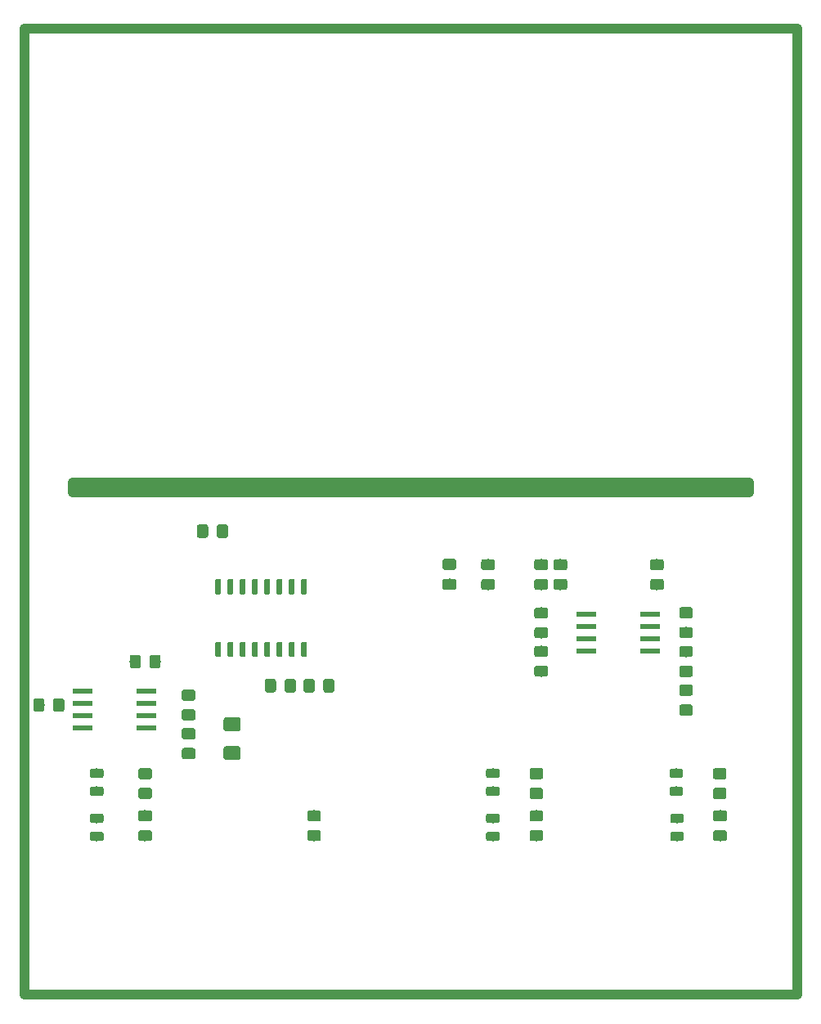
<source format=gbr>
%TF.GenerationSoftware,KiCad,Pcbnew,(5.1.0)-1*%
%TF.CreationDate,2019-09-30T23:49:38+02:00*%
%TF.ProjectId,KicadJE_SympleSeq,4b696361-644a-4455-9f53-796d706c6553,Rev A*%
%TF.SameCoordinates,Original*%
%TF.FileFunction,Paste,Top*%
%TF.FilePolarity,Positive*%
%FSLAX46Y46*%
G04 Gerber Fmt 4.6, Leading zero omitted, Abs format (unit mm)*
G04 Created by KiCad (PCBNEW (5.1.0)-1) date 2019-09-30 23:49:38*
%MOMM*%
%LPD*%
G04 APERTURE LIST*
%ADD10C,1.000000*%
%ADD11C,0.150000*%
%ADD12C,1.425000*%
%ADD13C,1.150000*%
%ADD14C,0.975000*%
%ADD15R,2.000000X0.550000*%
%ADD16C,0.550000*%
G04 APERTURE END LIST*
D10*
X105000000Y-96950000D02*
X105000000Y-97950000D01*
X175000000Y-96950000D02*
X175000000Y-97950000D01*
X105000000Y-96950000D02*
X175000000Y-96950000D01*
X175000000Y-97950000D02*
X105000000Y-97950000D01*
X180000000Y-50000000D02*
X100000000Y-50000000D01*
X180000000Y-150000000D02*
X180000000Y-50000000D01*
X100000000Y-150000000D02*
X180000000Y-150000000D01*
X100000000Y-50000000D02*
X100000000Y-150000000D01*
D11*
G36*
X122149504Y-124263704D02*
G01*
X122173773Y-124267304D01*
X122197571Y-124273265D01*
X122220671Y-124281530D01*
X122242849Y-124292020D01*
X122263893Y-124304633D01*
X122283598Y-124319247D01*
X122301777Y-124335723D01*
X122318253Y-124353902D01*
X122332867Y-124373607D01*
X122345480Y-124394651D01*
X122355970Y-124416829D01*
X122364235Y-124439929D01*
X122370196Y-124463727D01*
X122373796Y-124487996D01*
X122375000Y-124512500D01*
X122375000Y-125437500D01*
X122373796Y-125462004D01*
X122370196Y-125486273D01*
X122364235Y-125510071D01*
X122355970Y-125533171D01*
X122345480Y-125555349D01*
X122332867Y-125576393D01*
X122318253Y-125596098D01*
X122301777Y-125614277D01*
X122283598Y-125630753D01*
X122263893Y-125645367D01*
X122242849Y-125657980D01*
X122220671Y-125668470D01*
X122197571Y-125676735D01*
X122173773Y-125682696D01*
X122149504Y-125686296D01*
X122125000Y-125687500D01*
X120875000Y-125687500D01*
X120850496Y-125686296D01*
X120826227Y-125682696D01*
X120802429Y-125676735D01*
X120779329Y-125668470D01*
X120757151Y-125657980D01*
X120736107Y-125645367D01*
X120716402Y-125630753D01*
X120698223Y-125614277D01*
X120681747Y-125596098D01*
X120667133Y-125576393D01*
X120654520Y-125555349D01*
X120644030Y-125533171D01*
X120635765Y-125510071D01*
X120629804Y-125486273D01*
X120626204Y-125462004D01*
X120625000Y-125437500D01*
X120625000Y-124512500D01*
X120626204Y-124487996D01*
X120629804Y-124463727D01*
X120635765Y-124439929D01*
X120644030Y-124416829D01*
X120654520Y-124394651D01*
X120667133Y-124373607D01*
X120681747Y-124353902D01*
X120698223Y-124335723D01*
X120716402Y-124319247D01*
X120736107Y-124304633D01*
X120757151Y-124292020D01*
X120779329Y-124281530D01*
X120802429Y-124273265D01*
X120826227Y-124267304D01*
X120850496Y-124263704D01*
X120875000Y-124262500D01*
X122125000Y-124262500D01*
X122149504Y-124263704D01*
X122149504Y-124263704D01*
G37*
D12*
X121500000Y-124975000D03*
D11*
G36*
X122149504Y-121288704D02*
G01*
X122173773Y-121292304D01*
X122197571Y-121298265D01*
X122220671Y-121306530D01*
X122242849Y-121317020D01*
X122263893Y-121329633D01*
X122283598Y-121344247D01*
X122301777Y-121360723D01*
X122318253Y-121378902D01*
X122332867Y-121398607D01*
X122345480Y-121419651D01*
X122355970Y-121441829D01*
X122364235Y-121464929D01*
X122370196Y-121488727D01*
X122373796Y-121512996D01*
X122375000Y-121537500D01*
X122375000Y-122462500D01*
X122373796Y-122487004D01*
X122370196Y-122511273D01*
X122364235Y-122535071D01*
X122355970Y-122558171D01*
X122345480Y-122580349D01*
X122332867Y-122601393D01*
X122318253Y-122621098D01*
X122301777Y-122639277D01*
X122283598Y-122655753D01*
X122263893Y-122670367D01*
X122242849Y-122682980D01*
X122220671Y-122693470D01*
X122197571Y-122701735D01*
X122173773Y-122707696D01*
X122149504Y-122711296D01*
X122125000Y-122712500D01*
X120875000Y-122712500D01*
X120850496Y-122711296D01*
X120826227Y-122707696D01*
X120802429Y-122701735D01*
X120779329Y-122693470D01*
X120757151Y-122682980D01*
X120736107Y-122670367D01*
X120716402Y-122655753D01*
X120698223Y-122639277D01*
X120681747Y-122621098D01*
X120667133Y-122601393D01*
X120654520Y-122580349D01*
X120644030Y-122558171D01*
X120635765Y-122535071D01*
X120629804Y-122511273D01*
X120626204Y-122487004D01*
X120625000Y-122462500D01*
X120625000Y-121537500D01*
X120626204Y-121512996D01*
X120629804Y-121488727D01*
X120635765Y-121464929D01*
X120644030Y-121441829D01*
X120654520Y-121419651D01*
X120667133Y-121398607D01*
X120681747Y-121378902D01*
X120698223Y-121360723D01*
X120716402Y-121344247D01*
X120736107Y-121329633D01*
X120757151Y-121317020D01*
X120779329Y-121306530D01*
X120802429Y-121298265D01*
X120826227Y-121292304D01*
X120850496Y-121288704D01*
X120875000Y-121287500D01*
X122125000Y-121287500D01*
X122149504Y-121288704D01*
X122149504Y-121288704D01*
G37*
D12*
X121500000Y-122000000D03*
D11*
G36*
X129824505Y-117301204D02*
G01*
X129848773Y-117304804D01*
X129872572Y-117310765D01*
X129895671Y-117319030D01*
X129917850Y-117329520D01*
X129938893Y-117342132D01*
X129958599Y-117356747D01*
X129976777Y-117373223D01*
X129993253Y-117391401D01*
X130007868Y-117411107D01*
X130020480Y-117432150D01*
X130030970Y-117454329D01*
X130039235Y-117477428D01*
X130045196Y-117501227D01*
X130048796Y-117525495D01*
X130050000Y-117549999D01*
X130050000Y-118450001D01*
X130048796Y-118474505D01*
X130045196Y-118498773D01*
X130039235Y-118522572D01*
X130030970Y-118545671D01*
X130020480Y-118567850D01*
X130007868Y-118588893D01*
X129993253Y-118608599D01*
X129976777Y-118626777D01*
X129958599Y-118643253D01*
X129938893Y-118657868D01*
X129917850Y-118670480D01*
X129895671Y-118680970D01*
X129872572Y-118689235D01*
X129848773Y-118695196D01*
X129824505Y-118698796D01*
X129800001Y-118700000D01*
X129149999Y-118700000D01*
X129125495Y-118698796D01*
X129101227Y-118695196D01*
X129077428Y-118689235D01*
X129054329Y-118680970D01*
X129032150Y-118670480D01*
X129011107Y-118657868D01*
X128991401Y-118643253D01*
X128973223Y-118626777D01*
X128956747Y-118608599D01*
X128942132Y-118588893D01*
X128929520Y-118567850D01*
X128919030Y-118545671D01*
X128910765Y-118522572D01*
X128904804Y-118498773D01*
X128901204Y-118474505D01*
X128900000Y-118450001D01*
X128900000Y-117549999D01*
X128901204Y-117525495D01*
X128904804Y-117501227D01*
X128910765Y-117477428D01*
X128919030Y-117454329D01*
X128929520Y-117432150D01*
X128942132Y-117411107D01*
X128956747Y-117391401D01*
X128973223Y-117373223D01*
X128991401Y-117356747D01*
X129011107Y-117342132D01*
X129032150Y-117329520D01*
X129054329Y-117319030D01*
X129077428Y-117310765D01*
X129101227Y-117304804D01*
X129125495Y-117301204D01*
X129149999Y-117300000D01*
X129800001Y-117300000D01*
X129824505Y-117301204D01*
X129824505Y-117301204D01*
G37*
D13*
X129475000Y-118000000D03*
D11*
G36*
X131874505Y-117301204D02*
G01*
X131898773Y-117304804D01*
X131922572Y-117310765D01*
X131945671Y-117319030D01*
X131967850Y-117329520D01*
X131988893Y-117342132D01*
X132008599Y-117356747D01*
X132026777Y-117373223D01*
X132043253Y-117391401D01*
X132057868Y-117411107D01*
X132070480Y-117432150D01*
X132080970Y-117454329D01*
X132089235Y-117477428D01*
X132095196Y-117501227D01*
X132098796Y-117525495D01*
X132100000Y-117549999D01*
X132100000Y-118450001D01*
X132098796Y-118474505D01*
X132095196Y-118498773D01*
X132089235Y-118522572D01*
X132080970Y-118545671D01*
X132070480Y-118567850D01*
X132057868Y-118588893D01*
X132043253Y-118608599D01*
X132026777Y-118626777D01*
X132008599Y-118643253D01*
X131988893Y-118657868D01*
X131967850Y-118670480D01*
X131945671Y-118680970D01*
X131922572Y-118689235D01*
X131898773Y-118695196D01*
X131874505Y-118698796D01*
X131850001Y-118700000D01*
X131199999Y-118700000D01*
X131175495Y-118698796D01*
X131151227Y-118695196D01*
X131127428Y-118689235D01*
X131104329Y-118680970D01*
X131082150Y-118670480D01*
X131061107Y-118657868D01*
X131041401Y-118643253D01*
X131023223Y-118626777D01*
X131006747Y-118608599D01*
X130992132Y-118588893D01*
X130979520Y-118567850D01*
X130969030Y-118545671D01*
X130960765Y-118522572D01*
X130954804Y-118498773D01*
X130951204Y-118474505D01*
X130950000Y-118450001D01*
X130950000Y-117549999D01*
X130951204Y-117525495D01*
X130954804Y-117501227D01*
X130960765Y-117477428D01*
X130969030Y-117454329D01*
X130979520Y-117432150D01*
X130992132Y-117411107D01*
X131006747Y-117391401D01*
X131023223Y-117373223D01*
X131041401Y-117356747D01*
X131061107Y-117342132D01*
X131082150Y-117329520D01*
X131104329Y-117319030D01*
X131127428Y-117310765D01*
X131151227Y-117304804D01*
X131175495Y-117301204D01*
X131199999Y-117300000D01*
X131850001Y-117300000D01*
X131874505Y-117301204D01*
X131874505Y-117301204D01*
G37*
D13*
X131525000Y-118000000D03*
D11*
G36*
X111824505Y-114801204D02*
G01*
X111848773Y-114804804D01*
X111872572Y-114810765D01*
X111895671Y-114819030D01*
X111917850Y-114829520D01*
X111938893Y-114842132D01*
X111958599Y-114856747D01*
X111976777Y-114873223D01*
X111993253Y-114891401D01*
X112007868Y-114911107D01*
X112020480Y-114932150D01*
X112030970Y-114954329D01*
X112039235Y-114977428D01*
X112045196Y-115001227D01*
X112048796Y-115025495D01*
X112050000Y-115049999D01*
X112050000Y-115950001D01*
X112048796Y-115974505D01*
X112045196Y-115998773D01*
X112039235Y-116022572D01*
X112030970Y-116045671D01*
X112020480Y-116067850D01*
X112007868Y-116088893D01*
X111993253Y-116108599D01*
X111976777Y-116126777D01*
X111958599Y-116143253D01*
X111938893Y-116157868D01*
X111917850Y-116170480D01*
X111895671Y-116180970D01*
X111872572Y-116189235D01*
X111848773Y-116195196D01*
X111824505Y-116198796D01*
X111800001Y-116200000D01*
X111149999Y-116200000D01*
X111125495Y-116198796D01*
X111101227Y-116195196D01*
X111077428Y-116189235D01*
X111054329Y-116180970D01*
X111032150Y-116170480D01*
X111011107Y-116157868D01*
X110991401Y-116143253D01*
X110973223Y-116126777D01*
X110956747Y-116108599D01*
X110942132Y-116088893D01*
X110929520Y-116067850D01*
X110919030Y-116045671D01*
X110910765Y-116022572D01*
X110904804Y-115998773D01*
X110901204Y-115974505D01*
X110900000Y-115950001D01*
X110900000Y-115049999D01*
X110901204Y-115025495D01*
X110904804Y-115001227D01*
X110910765Y-114977428D01*
X110919030Y-114954329D01*
X110929520Y-114932150D01*
X110942132Y-114911107D01*
X110956747Y-114891401D01*
X110973223Y-114873223D01*
X110991401Y-114856747D01*
X111011107Y-114842132D01*
X111032150Y-114829520D01*
X111054329Y-114819030D01*
X111077428Y-114810765D01*
X111101227Y-114804804D01*
X111125495Y-114801204D01*
X111149999Y-114800000D01*
X111800001Y-114800000D01*
X111824505Y-114801204D01*
X111824505Y-114801204D01*
G37*
D13*
X111475000Y-115500000D03*
D11*
G36*
X113874505Y-114801204D02*
G01*
X113898773Y-114804804D01*
X113922572Y-114810765D01*
X113945671Y-114819030D01*
X113967850Y-114829520D01*
X113988893Y-114842132D01*
X114008599Y-114856747D01*
X114026777Y-114873223D01*
X114043253Y-114891401D01*
X114057868Y-114911107D01*
X114070480Y-114932150D01*
X114080970Y-114954329D01*
X114089235Y-114977428D01*
X114095196Y-115001227D01*
X114098796Y-115025495D01*
X114100000Y-115049999D01*
X114100000Y-115950001D01*
X114098796Y-115974505D01*
X114095196Y-115998773D01*
X114089235Y-116022572D01*
X114080970Y-116045671D01*
X114070480Y-116067850D01*
X114057868Y-116088893D01*
X114043253Y-116108599D01*
X114026777Y-116126777D01*
X114008599Y-116143253D01*
X113988893Y-116157868D01*
X113967850Y-116170480D01*
X113945671Y-116180970D01*
X113922572Y-116189235D01*
X113898773Y-116195196D01*
X113874505Y-116198796D01*
X113850001Y-116200000D01*
X113199999Y-116200000D01*
X113175495Y-116198796D01*
X113151227Y-116195196D01*
X113127428Y-116189235D01*
X113104329Y-116180970D01*
X113082150Y-116170480D01*
X113061107Y-116157868D01*
X113041401Y-116143253D01*
X113023223Y-116126777D01*
X113006747Y-116108599D01*
X112992132Y-116088893D01*
X112979520Y-116067850D01*
X112969030Y-116045671D01*
X112960765Y-116022572D01*
X112954804Y-115998773D01*
X112951204Y-115974505D01*
X112950000Y-115950001D01*
X112950000Y-115049999D01*
X112951204Y-115025495D01*
X112954804Y-115001227D01*
X112960765Y-114977428D01*
X112969030Y-114954329D01*
X112979520Y-114932150D01*
X112992132Y-114911107D01*
X113006747Y-114891401D01*
X113023223Y-114873223D01*
X113041401Y-114856747D01*
X113061107Y-114842132D01*
X113082150Y-114829520D01*
X113104329Y-114819030D01*
X113127428Y-114810765D01*
X113151227Y-114804804D01*
X113175495Y-114801204D01*
X113199999Y-114800000D01*
X113850001Y-114800000D01*
X113874505Y-114801204D01*
X113874505Y-114801204D01*
G37*
D13*
X113525000Y-115500000D03*
D11*
G36*
X107980142Y-126576174D02*
G01*
X108003803Y-126579684D01*
X108027007Y-126585496D01*
X108049529Y-126593554D01*
X108071153Y-126603782D01*
X108091670Y-126616079D01*
X108110883Y-126630329D01*
X108128607Y-126646393D01*
X108144671Y-126664117D01*
X108158921Y-126683330D01*
X108171218Y-126703847D01*
X108181446Y-126725471D01*
X108189504Y-126747993D01*
X108195316Y-126771197D01*
X108198826Y-126794858D01*
X108200000Y-126818750D01*
X108200000Y-127306250D01*
X108198826Y-127330142D01*
X108195316Y-127353803D01*
X108189504Y-127377007D01*
X108181446Y-127399529D01*
X108171218Y-127421153D01*
X108158921Y-127441670D01*
X108144671Y-127460883D01*
X108128607Y-127478607D01*
X108110883Y-127494671D01*
X108091670Y-127508921D01*
X108071153Y-127521218D01*
X108049529Y-127531446D01*
X108027007Y-127539504D01*
X108003803Y-127545316D01*
X107980142Y-127548826D01*
X107956250Y-127550000D01*
X107043750Y-127550000D01*
X107019858Y-127548826D01*
X106996197Y-127545316D01*
X106972993Y-127539504D01*
X106950471Y-127531446D01*
X106928847Y-127521218D01*
X106908330Y-127508921D01*
X106889117Y-127494671D01*
X106871393Y-127478607D01*
X106855329Y-127460883D01*
X106841079Y-127441670D01*
X106828782Y-127421153D01*
X106818554Y-127399529D01*
X106810496Y-127377007D01*
X106804684Y-127353803D01*
X106801174Y-127330142D01*
X106800000Y-127306250D01*
X106800000Y-126818750D01*
X106801174Y-126794858D01*
X106804684Y-126771197D01*
X106810496Y-126747993D01*
X106818554Y-126725471D01*
X106828782Y-126703847D01*
X106841079Y-126683330D01*
X106855329Y-126664117D01*
X106871393Y-126646393D01*
X106889117Y-126630329D01*
X106908330Y-126616079D01*
X106928847Y-126603782D01*
X106950471Y-126593554D01*
X106972993Y-126585496D01*
X106996197Y-126579684D01*
X107019858Y-126576174D01*
X107043750Y-126575000D01*
X107956250Y-126575000D01*
X107980142Y-126576174D01*
X107980142Y-126576174D01*
G37*
D14*
X107500000Y-127062500D03*
D11*
G36*
X107980142Y-128451174D02*
G01*
X108003803Y-128454684D01*
X108027007Y-128460496D01*
X108049529Y-128468554D01*
X108071153Y-128478782D01*
X108091670Y-128491079D01*
X108110883Y-128505329D01*
X108128607Y-128521393D01*
X108144671Y-128539117D01*
X108158921Y-128558330D01*
X108171218Y-128578847D01*
X108181446Y-128600471D01*
X108189504Y-128622993D01*
X108195316Y-128646197D01*
X108198826Y-128669858D01*
X108200000Y-128693750D01*
X108200000Y-129181250D01*
X108198826Y-129205142D01*
X108195316Y-129228803D01*
X108189504Y-129252007D01*
X108181446Y-129274529D01*
X108171218Y-129296153D01*
X108158921Y-129316670D01*
X108144671Y-129335883D01*
X108128607Y-129353607D01*
X108110883Y-129369671D01*
X108091670Y-129383921D01*
X108071153Y-129396218D01*
X108049529Y-129406446D01*
X108027007Y-129414504D01*
X108003803Y-129420316D01*
X107980142Y-129423826D01*
X107956250Y-129425000D01*
X107043750Y-129425000D01*
X107019858Y-129423826D01*
X106996197Y-129420316D01*
X106972993Y-129414504D01*
X106950471Y-129406446D01*
X106928847Y-129396218D01*
X106908330Y-129383921D01*
X106889117Y-129369671D01*
X106871393Y-129353607D01*
X106855329Y-129335883D01*
X106841079Y-129316670D01*
X106828782Y-129296153D01*
X106818554Y-129274529D01*
X106810496Y-129252007D01*
X106804684Y-129228803D01*
X106801174Y-129205142D01*
X106800000Y-129181250D01*
X106800000Y-128693750D01*
X106801174Y-128669858D01*
X106804684Y-128646197D01*
X106810496Y-128622993D01*
X106818554Y-128600471D01*
X106828782Y-128578847D01*
X106841079Y-128558330D01*
X106855329Y-128539117D01*
X106871393Y-128521393D01*
X106889117Y-128505329D01*
X106908330Y-128491079D01*
X106928847Y-128478782D01*
X106950471Y-128468554D01*
X106972993Y-128460496D01*
X106996197Y-128454684D01*
X107019858Y-128451174D01*
X107043750Y-128450000D01*
X107956250Y-128450000D01*
X107980142Y-128451174D01*
X107980142Y-128451174D01*
G37*
D14*
X107500000Y-128937500D03*
D11*
G36*
X107980142Y-133121174D02*
G01*
X108003803Y-133124684D01*
X108027007Y-133130496D01*
X108049529Y-133138554D01*
X108071153Y-133148782D01*
X108091670Y-133161079D01*
X108110883Y-133175329D01*
X108128607Y-133191393D01*
X108144671Y-133209117D01*
X108158921Y-133228330D01*
X108171218Y-133248847D01*
X108181446Y-133270471D01*
X108189504Y-133292993D01*
X108195316Y-133316197D01*
X108198826Y-133339858D01*
X108200000Y-133363750D01*
X108200000Y-133851250D01*
X108198826Y-133875142D01*
X108195316Y-133898803D01*
X108189504Y-133922007D01*
X108181446Y-133944529D01*
X108171218Y-133966153D01*
X108158921Y-133986670D01*
X108144671Y-134005883D01*
X108128607Y-134023607D01*
X108110883Y-134039671D01*
X108091670Y-134053921D01*
X108071153Y-134066218D01*
X108049529Y-134076446D01*
X108027007Y-134084504D01*
X108003803Y-134090316D01*
X107980142Y-134093826D01*
X107956250Y-134095000D01*
X107043750Y-134095000D01*
X107019858Y-134093826D01*
X106996197Y-134090316D01*
X106972993Y-134084504D01*
X106950471Y-134076446D01*
X106928847Y-134066218D01*
X106908330Y-134053921D01*
X106889117Y-134039671D01*
X106871393Y-134023607D01*
X106855329Y-134005883D01*
X106841079Y-133986670D01*
X106828782Y-133966153D01*
X106818554Y-133944529D01*
X106810496Y-133922007D01*
X106804684Y-133898803D01*
X106801174Y-133875142D01*
X106800000Y-133851250D01*
X106800000Y-133363750D01*
X106801174Y-133339858D01*
X106804684Y-133316197D01*
X106810496Y-133292993D01*
X106818554Y-133270471D01*
X106828782Y-133248847D01*
X106841079Y-133228330D01*
X106855329Y-133209117D01*
X106871393Y-133191393D01*
X106889117Y-133175329D01*
X106908330Y-133161079D01*
X106928847Y-133148782D01*
X106950471Y-133138554D01*
X106972993Y-133130496D01*
X106996197Y-133124684D01*
X107019858Y-133121174D01*
X107043750Y-133120000D01*
X107956250Y-133120000D01*
X107980142Y-133121174D01*
X107980142Y-133121174D01*
G37*
D14*
X107500000Y-133607500D03*
D11*
G36*
X107980142Y-131246174D02*
G01*
X108003803Y-131249684D01*
X108027007Y-131255496D01*
X108049529Y-131263554D01*
X108071153Y-131273782D01*
X108091670Y-131286079D01*
X108110883Y-131300329D01*
X108128607Y-131316393D01*
X108144671Y-131334117D01*
X108158921Y-131353330D01*
X108171218Y-131373847D01*
X108181446Y-131395471D01*
X108189504Y-131417993D01*
X108195316Y-131441197D01*
X108198826Y-131464858D01*
X108200000Y-131488750D01*
X108200000Y-131976250D01*
X108198826Y-132000142D01*
X108195316Y-132023803D01*
X108189504Y-132047007D01*
X108181446Y-132069529D01*
X108171218Y-132091153D01*
X108158921Y-132111670D01*
X108144671Y-132130883D01*
X108128607Y-132148607D01*
X108110883Y-132164671D01*
X108091670Y-132178921D01*
X108071153Y-132191218D01*
X108049529Y-132201446D01*
X108027007Y-132209504D01*
X108003803Y-132215316D01*
X107980142Y-132218826D01*
X107956250Y-132220000D01*
X107043750Y-132220000D01*
X107019858Y-132218826D01*
X106996197Y-132215316D01*
X106972993Y-132209504D01*
X106950471Y-132201446D01*
X106928847Y-132191218D01*
X106908330Y-132178921D01*
X106889117Y-132164671D01*
X106871393Y-132148607D01*
X106855329Y-132130883D01*
X106841079Y-132111670D01*
X106828782Y-132091153D01*
X106818554Y-132069529D01*
X106810496Y-132047007D01*
X106804684Y-132023803D01*
X106801174Y-132000142D01*
X106800000Y-131976250D01*
X106800000Y-131488750D01*
X106801174Y-131464858D01*
X106804684Y-131441197D01*
X106810496Y-131417993D01*
X106818554Y-131395471D01*
X106828782Y-131373847D01*
X106841079Y-131353330D01*
X106855329Y-131334117D01*
X106871393Y-131316393D01*
X106889117Y-131300329D01*
X106908330Y-131286079D01*
X106928847Y-131273782D01*
X106950471Y-131263554D01*
X106972993Y-131255496D01*
X106996197Y-131249684D01*
X107019858Y-131246174D01*
X107043750Y-131245000D01*
X107956250Y-131245000D01*
X107980142Y-131246174D01*
X107980142Y-131246174D01*
G37*
D14*
X107500000Y-131732500D03*
D11*
G36*
X148980142Y-133121174D02*
G01*
X149003803Y-133124684D01*
X149027007Y-133130496D01*
X149049529Y-133138554D01*
X149071153Y-133148782D01*
X149091670Y-133161079D01*
X149110883Y-133175329D01*
X149128607Y-133191393D01*
X149144671Y-133209117D01*
X149158921Y-133228330D01*
X149171218Y-133248847D01*
X149181446Y-133270471D01*
X149189504Y-133292993D01*
X149195316Y-133316197D01*
X149198826Y-133339858D01*
X149200000Y-133363750D01*
X149200000Y-133851250D01*
X149198826Y-133875142D01*
X149195316Y-133898803D01*
X149189504Y-133922007D01*
X149181446Y-133944529D01*
X149171218Y-133966153D01*
X149158921Y-133986670D01*
X149144671Y-134005883D01*
X149128607Y-134023607D01*
X149110883Y-134039671D01*
X149091670Y-134053921D01*
X149071153Y-134066218D01*
X149049529Y-134076446D01*
X149027007Y-134084504D01*
X149003803Y-134090316D01*
X148980142Y-134093826D01*
X148956250Y-134095000D01*
X148043750Y-134095000D01*
X148019858Y-134093826D01*
X147996197Y-134090316D01*
X147972993Y-134084504D01*
X147950471Y-134076446D01*
X147928847Y-134066218D01*
X147908330Y-134053921D01*
X147889117Y-134039671D01*
X147871393Y-134023607D01*
X147855329Y-134005883D01*
X147841079Y-133986670D01*
X147828782Y-133966153D01*
X147818554Y-133944529D01*
X147810496Y-133922007D01*
X147804684Y-133898803D01*
X147801174Y-133875142D01*
X147800000Y-133851250D01*
X147800000Y-133363750D01*
X147801174Y-133339858D01*
X147804684Y-133316197D01*
X147810496Y-133292993D01*
X147818554Y-133270471D01*
X147828782Y-133248847D01*
X147841079Y-133228330D01*
X147855329Y-133209117D01*
X147871393Y-133191393D01*
X147889117Y-133175329D01*
X147908330Y-133161079D01*
X147928847Y-133148782D01*
X147950471Y-133138554D01*
X147972993Y-133130496D01*
X147996197Y-133124684D01*
X148019858Y-133121174D01*
X148043750Y-133120000D01*
X148956250Y-133120000D01*
X148980142Y-133121174D01*
X148980142Y-133121174D01*
G37*
D14*
X148500000Y-133607500D03*
D11*
G36*
X148980142Y-131246174D02*
G01*
X149003803Y-131249684D01*
X149027007Y-131255496D01*
X149049529Y-131263554D01*
X149071153Y-131273782D01*
X149091670Y-131286079D01*
X149110883Y-131300329D01*
X149128607Y-131316393D01*
X149144671Y-131334117D01*
X149158921Y-131353330D01*
X149171218Y-131373847D01*
X149181446Y-131395471D01*
X149189504Y-131417993D01*
X149195316Y-131441197D01*
X149198826Y-131464858D01*
X149200000Y-131488750D01*
X149200000Y-131976250D01*
X149198826Y-132000142D01*
X149195316Y-132023803D01*
X149189504Y-132047007D01*
X149181446Y-132069529D01*
X149171218Y-132091153D01*
X149158921Y-132111670D01*
X149144671Y-132130883D01*
X149128607Y-132148607D01*
X149110883Y-132164671D01*
X149091670Y-132178921D01*
X149071153Y-132191218D01*
X149049529Y-132201446D01*
X149027007Y-132209504D01*
X149003803Y-132215316D01*
X148980142Y-132218826D01*
X148956250Y-132220000D01*
X148043750Y-132220000D01*
X148019858Y-132218826D01*
X147996197Y-132215316D01*
X147972993Y-132209504D01*
X147950471Y-132201446D01*
X147928847Y-132191218D01*
X147908330Y-132178921D01*
X147889117Y-132164671D01*
X147871393Y-132148607D01*
X147855329Y-132130883D01*
X147841079Y-132111670D01*
X147828782Y-132091153D01*
X147818554Y-132069529D01*
X147810496Y-132047007D01*
X147804684Y-132023803D01*
X147801174Y-132000142D01*
X147800000Y-131976250D01*
X147800000Y-131488750D01*
X147801174Y-131464858D01*
X147804684Y-131441197D01*
X147810496Y-131417993D01*
X147818554Y-131395471D01*
X147828782Y-131373847D01*
X147841079Y-131353330D01*
X147855329Y-131334117D01*
X147871393Y-131316393D01*
X147889117Y-131300329D01*
X147908330Y-131286079D01*
X147928847Y-131273782D01*
X147950471Y-131263554D01*
X147972993Y-131255496D01*
X147996197Y-131249684D01*
X148019858Y-131246174D01*
X148043750Y-131245000D01*
X148956250Y-131245000D01*
X148980142Y-131246174D01*
X148980142Y-131246174D01*
G37*
D14*
X148500000Y-131732500D03*
D11*
G36*
X148980142Y-126576174D02*
G01*
X149003803Y-126579684D01*
X149027007Y-126585496D01*
X149049529Y-126593554D01*
X149071153Y-126603782D01*
X149091670Y-126616079D01*
X149110883Y-126630329D01*
X149128607Y-126646393D01*
X149144671Y-126664117D01*
X149158921Y-126683330D01*
X149171218Y-126703847D01*
X149181446Y-126725471D01*
X149189504Y-126747993D01*
X149195316Y-126771197D01*
X149198826Y-126794858D01*
X149200000Y-126818750D01*
X149200000Y-127306250D01*
X149198826Y-127330142D01*
X149195316Y-127353803D01*
X149189504Y-127377007D01*
X149181446Y-127399529D01*
X149171218Y-127421153D01*
X149158921Y-127441670D01*
X149144671Y-127460883D01*
X149128607Y-127478607D01*
X149110883Y-127494671D01*
X149091670Y-127508921D01*
X149071153Y-127521218D01*
X149049529Y-127531446D01*
X149027007Y-127539504D01*
X149003803Y-127545316D01*
X148980142Y-127548826D01*
X148956250Y-127550000D01*
X148043750Y-127550000D01*
X148019858Y-127548826D01*
X147996197Y-127545316D01*
X147972993Y-127539504D01*
X147950471Y-127531446D01*
X147928847Y-127521218D01*
X147908330Y-127508921D01*
X147889117Y-127494671D01*
X147871393Y-127478607D01*
X147855329Y-127460883D01*
X147841079Y-127441670D01*
X147828782Y-127421153D01*
X147818554Y-127399529D01*
X147810496Y-127377007D01*
X147804684Y-127353803D01*
X147801174Y-127330142D01*
X147800000Y-127306250D01*
X147800000Y-126818750D01*
X147801174Y-126794858D01*
X147804684Y-126771197D01*
X147810496Y-126747993D01*
X147818554Y-126725471D01*
X147828782Y-126703847D01*
X147841079Y-126683330D01*
X147855329Y-126664117D01*
X147871393Y-126646393D01*
X147889117Y-126630329D01*
X147908330Y-126616079D01*
X147928847Y-126603782D01*
X147950471Y-126593554D01*
X147972993Y-126585496D01*
X147996197Y-126579684D01*
X148019858Y-126576174D01*
X148043750Y-126575000D01*
X148956250Y-126575000D01*
X148980142Y-126576174D01*
X148980142Y-126576174D01*
G37*
D14*
X148500000Y-127062500D03*
D11*
G36*
X148980142Y-128451174D02*
G01*
X149003803Y-128454684D01*
X149027007Y-128460496D01*
X149049529Y-128468554D01*
X149071153Y-128478782D01*
X149091670Y-128491079D01*
X149110883Y-128505329D01*
X149128607Y-128521393D01*
X149144671Y-128539117D01*
X149158921Y-128558330D01*
X149171218Y-128578847D01*
X149181446Y-128600471D01*
X149189504Y-128622993D01*
X149195316Y-128646197D01*
X149198826Y-128669858D01*
X149200000Y-128693750D01*
X149200000Y-129181250D01*
X149198826Y-129205142D01*
X149195316Y-129228803D01*
X149189504Y-129252007D01*
X149181446Y-129274529D01*
X149171218Y-129296153D01*
X149158921Y-129316670D01*
X149144671Y-129335883D01*
X149128607Y-129353607D01*
X149110883Y-129369671D01*
X149091670Y-129383921D01*
X149071153Y-129396218D01*
X149049529Y-129406446D01*
X149027007Y-129414504D01*
X149003803Y-129420316D01*
X148980142Y-129423826D01*
X148956250Y-129425000D01*
X148043750Y-129425000D01*
X148019858Y-129423826D01*
X147996197Y-129420316D01*
X147972993Y-129414504D01*
X147950471Y-129406446D01*
X147928847Y-129396218D01*
X147908330Y-129383921D01*
X147889117Y-129369671D01*
X147871393Y-129353607D01*
X147855329Y-129335883D01*
X147841079Y-129316670D01*
X147828782Y-129296153D01*
X147818554Y-129274529D01*
X147810496Y-129252007D01*
X147804684Y-129228803D01*
X147801174Y-129205142D01*
X147800000Y-129181250D01*
X147800000Y-128693750D01*
X147801174Y-128669858D01*
X147804684Y-128646197D01*
X147810496Y-128622993D01*
X147818554Y-128600471D01*
X147828782Y-128578847D01*
X147841079Y-128558330D01*
X147855329Y-128539117D01*
X147871393Y-128521393D01*
X147889117Y-128505329D01*
X147908330Y-128491079D01*
X147928847Y-128478782D01*
X147950471Y-128468554D01*
X147972993Y-128460496D01*
X147996197Y-128454684D01*
X148019858Y-128451174D01*
X148043750Y-128450000D01*
X148956250Y-128450000D01*
X148980142Y-128451174D01*
X148980142Y-128451174D01*
G37*
D14*
X148500000Y-128937500D03*
D11*
G36*
X167980142Y-128451174D02*
G01*
X168003803Y-128454684D01*
X168027007Y-128460496D01*
X168049529Y-128468554D01*
X168071153Y-128478782D01*
X168091670Y-128491079D01*
X168110883Y-128505329D01*
X168128607Y-128521393D01*
X168144671Y-128539117D01*
X168158921Y-128558330D01*
X168171218Y-128578847D01*
X168181446Y-128600471D01*
X168189504Y-128622993D01*
X168195316Y-128646197D01*
X168198826Y-128669858D01*
X168200000Y-128693750D01*
X168200000Y-129181250D01*
X168198826Y-129205142D01*
X168195316Y-129228803D01*
X168189504Y-129252007D01*
X168181446Y-129274529D01*
X168171218Y-129296153D01*
X168158921Y-129316670D01*
X168144671Y-129335883D01*
X168128607Y-129353607D01*
X168110883Y-129369671D01*
X168091670Y-129383921D01*
X168071153Y-129396218D01*
X168049529Y-129406446D01*
X168027007Y-129414504D01*
X168003803Y-129420316D01*
X167980142Y-129423826D01*
X167956250Y-129425000D01*
X167043750Y-129425000D01*
X167019858Y-129423826D01*
X166996197Y-129420316D01*
X166972993Y-129414504D01*
X166950471Y-129406446D01*
X166928847Y-129396218D01*
X166908330Y-129383921D01*
X166889117Y-129369671D01*
X166871393Y-129353607D01*
X166855329Y-129335883D01*
X166841079Y-129316670D01*
X166828782Y-129296153D01*
X166818554Y-129274529D01*
X166810496Y-129252007D01*
X166804684Y-129228803D01*
X166801174Y-129205142D01*
X166800000Y-129181250D01*
X166800000Y-128693750D01*
X166801174Y-128669858D01*
X166804684Y-128646197D01*
X166810496Y-128622993D01*
X166818554Y-128600471D01*
X166828782Y-128578847D01*
X166841079Y-128558330D01*
X166855329Y-128539117D01*
X166871393Y-128521393D01*
X166889117Y-128505329D01*
X166908330Y-128491079D01*
X166928847Y-128478782D01*
X166950471Y-128468554D01*
X166972993Y-128460496D01*
X166996197Y-128454684D01*
X167019858Y-128451174D01*
X167043750Y-128450000D01*
X167956250Y-128450000D01*
X167980142Y-128451174D01*
X167980142Y-128451174D01*
G37*
D14*
X167500000Y-128937500D03*
D11*
G36*
X167980142Y-126576174D02*
G01*
X168003803Y-126579684D01*
X168027007Y-126585496D01*
X168049529Y-126593554D01*
X168071153Y-126603782D01*
X168091670Y-126616079D01*
X168110883Y-126630329D01*
X168128607Y-126646393D01*
X168144671Y-126664117D01*
X168158921Y-126683330D01*
X168171218Y-126703847D01*
X168181446Y-126725471D01*
X168189504Y-126747993D01*
X168195316Y-126771197D01*
X168198826Y-126794858D01*
X168200000Y-126818750D01*
X168200000Y-127306250D01*
X168198826Y-127330142D01*
X168195316Y-127353803D01*
X168189504Y-127377007D01*
X168181446Y-127399529D01*
X168171218Y-127421153D01*
X168158921Y-127441670D01*
X168144671Y-127460883D01*
X168128607Y-127478607D01*
X168110883Y-127494671D01*
X168091670Y-127508921D01*
X168071153Y-127521218D01*
X168049529Y-127531446D01*
X168027007Y-127539504D01*
X168003803Y-127545316D01*
X167980142Y-127548826D01*
X167956250Y-127550000D01*
X167043750Y-127550000D01*
X167019858Y-127548826D01*
X166996197Y-127545316D01*
X166972993Y-127539504D01*
X166950471Y-127531446D01*
X166928847Y-127521218D01*
X166908330Y-127508921D01*
X166889117Y-127494671D01*
X166871393Y-127478607D01*
X166855329Y-127460883D01*
X166841079Y-127441670D01*
X166828782Y-127421153D01*
X166818554Y-127399529D01*
X166810496Y-127377007D01*
X166804684Y-127353803D01*
X166801174Y-127330142D01*
X166800000Y-127306250D01*
X166800000Y-126818750D01*
X166801174Y-126794858D01*
X166804684Y-126771197D01*
X166810496Y-126747993D01*
X166818554Y-126725471D01*
X166828782Y-126703847D01*
X166841079Y-126683330D01*
X166855329Y-126664117D01*
X166871393Y-126646393D01*
X166889117Y-126630329D01*
X166908330Y-126616079D01*
X166928847Y-126603782D01*
X166950471Y-126593554D01*
X166972993Y-126585496D01*
X166996197Y-126579684D01*
X167019858Y-126576174D01*
X167043750Y-126575000D01*
X167956250Y-126575000D01*
X167980142Y-126576174D01*
X167980142Y-126576174D01*
G37*
D14*
X167500000Y-127062500D03*
D11*
G36*
X168042642Y-131246174D02*
G01*
X168066303Y-131249684D01*
X168089507Y-131255496D01*
X168112029Y-131263554D01*
X168133653Y-131273782D01*
X168154170Y-131286079D01*
X168173383Y-131300329D01*
X168191107Y-131316393D01*
X168207171Y-131334117D01*
X168221421Y-131353330D01*
X168233718Y-131373847D01*
X168243946Y-131395471D01*
X168252004Y-131417993D01*
X168257816Y-131441197D01*
X168261326Y-131464858D01*
X168262500Y-131488750D01*
X168262500Y-131976250D01*
X168261326Y-132000142D01*
X168257816Y-132023803D01*
X168252004Y-132047007D01*
X168243946Y-132069529D01*
X168233718Y-132091153D01*
X168221421Y-132111670D01*
X168207171Y-132130883D01*
X168191107Y-132148607D01*
X168173383Y-132164671D01*
X168154170Y-132178921D01*
X168133653Y-132191218D01*
X168112029Y-132201446D01*
X168089507Y-132209504D01*
X168066303Y-132215316D01*
X168042642Y-132218826D01*
X168018750Y-132220000D01*
X167106250Y-132220000D01*
X167082358Y-132218826D01*
X167058697Y-132215316D01*
X167035493Y-132209504D01*
X167012971Y-132201446D01*
X166991347Y-132191218D01*
X166970830Y-132178921D01*
X166951617Y-132164671D01*
X166933893Y-132148607D01*
X166917829Y-132130883D01*
X166903579Y-132111670D01*
X166891282Y-132091153D01*
X166881054Y-132069529D01*
X166872996Y-132047007D01*
X166867184Y-132023803D01*
X166863674Y-132000142D01*
X166862500Y-131976250D01*
X166862500Y-131488750D01*
X166863674Y-131464858D01*
X166867184Y-131441197D01*
X166872996Y-131417993D01*
X166881054Y-131395471D01*
X166891282Y-131373847D01*
X166903579Y-131353330D01*
X166917829Y-131334117D01*
X166933893Y-131316393D01*
X166951617Y-131300329D01*
X166970830Y-131286079D01*
X166991347Y-131273782D01*
X167012971Y-131263554D01*
X167035493Y-131255496D01*
X167058697Y-131249684D01*
X167082358Y-131246174D01*
X167106250Y-131245000D01*
X168018750Y-131245000D01*
X168042642Y-131246174D01*
X168042642Y-131246174D01*
G37*
D14*
X167562500Y-131732500D03*
D11*
G36*
X168042642Y-133121174D02*
G01*
X168066303Y-133124684D01*
X168089507Y-133130496D01*
X168112029Y-133138554D01*
X168133653Y-133148782D01*
X168154170Y-133161079D01*
X168173383Y-133175329D01*
X168191107Y-133191393D01*
X168207171Y-133209117D01*
X168221421Y-133228330D01*
X168233718Y-133248847D01*
X168243946Y-133270471D01*
X168252004Y-133292993D01*
X168257816Y-133316197D01*
X168261326Y-133339858D01*
X168262500Y-133363750D01*
X168262500Y-133851250D01*
X168261326Y-133875142D01*
X168257816Y-133898803D01*
X168252004Y-133922007D01*
X168243946Y-133944529D01*
X168233718Y-133966153D01*
X168221421Y-133986670D01*
X168207171Y-134005883D01*
X168191107Y-134023607D01*
X168173383Y-134039671D01*
X168154170Y-134053921D01*
X168133653Y-134066218D01*
X168112029Y-134076446D01*
X168089507Y-134084504D01*
X168066303Y-134090316D01*
X168042642Y-134093826D01*
X168018750Y-134095000D01*
X167106250Y-134095000D01*
X167082358Y-134093826D01*
X167058697Y-134090316D01*
X167035493Y-134084504D01*
X167012971Y-134076446D01*
X166991347Y-134066218D01*
X166970830Y-134053921D01*
X166951617Y-134039671D01*
X166933893Y-134023607D01*
X166917829Y-134005883D01*
X166903579Y-133986670D01*
X166891282Y-133966153D01*
X166881054Y-133944529D01*
X166872996Y-133922007D01*
X166867184Y-133898803D01*
X166863674Y-133875142D01*
X166862500Y-133851250D01*
X166862500Y-133363750D01*
X166863674Y-133339858D01*
X166867184Y-133316197D01*
X166872996Y-133292993D01*
X166881054Y-133270471D01*
X166891282Y-133248847D01*
X166903579Y-133228330D01*
X166917829Y-133209117D01*
X166933893Y-133191393D01*
X166951617Y-133175329D01*
X166970830Y-133161079D01*
X166991347Y-133148782D01*
X167012971Y-133138554D01*
X167035493Y-133130496D01*
X167058697Y-133124684D01*
X167082358Y-133121174D01*
X167106250Y-133120000D01*
X168018750Y-133120000D01*
X168042642Y-133121174D01*
X168042642Y-133121174D01*
G37*
D14*
X167562500Y-133607500D03*
D11*
G36*
X153974505Y-106951204D02*
G01*
X153998773Y-106954804D01*
X154022572Y-106960765D01*
X154045671Y-106969030D01*
X154067850Y-106979520D01*
X154088893Y-106992132D01*
X154108599Y-107006747D01*
X154126777Y-107023223D01*
X154143253Y-107041401D01*
X154157868Y-107061107D01*
X154170480Y-107082150D01*
X154180970Y-107104329D01*
X154189235Y-107127428D01*
X154195196Y-107151227D01*
X154198796Y-107175495D01*
X154200000Y-107199999D01*
X154200000Y-107850001D01*
X154198796Y-107874505D01*
X154195196Y-107898773D01*
X154189235Y-107922572D01*
X154180970Y-107945671D01*
X154170480Y-107967850D01*
X154157868Y-107988893D01*
X154143253Y-108008599D01*
X154126777Y-108026777D01*
X154108599Y-108043253D01*
X154088893Y-108057868D01*
X154067850Y-108070480D01*
X154045671Y-108080970D01*
X154022572Y-108089235D01*
X153998773Y-108095196D01*
X153974505Y-108098796D01*
X153950001Y-108100000D01*
X153049999Y-108100000D01*
X153025495Y-108098796D01*
X153001227Y-108095196D01*
X152977428Y-108089235D01*
X152954329Y-108080970D01*
X152932150Y-108070480D01*
X152911107Y-108057868D01*
X152891401Y-108043253D01*
X152873223Y-108026777D01*
X152856747Y-108008599D01*
X152842132Y-107988893D01*
X152829520Y-107967850D01*
X152819030Y-107945671D01*
X152810765Y-107922572D01*
X152804804Y-107898773D01*
X152801204Y-107874505D01*
X152800000Y-107850001D01*
X152800000Y-107199999D01*
X152801204Y-107175495D01*
X152804804Y-107151227D01*
X152810765Y-107127428D01*
X152819030Y-107104329D01*
X152829520Y-107082150D01*
X152842132Y-107061107D01*
X152856747Y-107041401D01*
X152873223Y-107023223D01*
X152891401Y-107006747D01*
X152911107Y-106992132D01*
X152932150Y-106979520D01*
X152954329Y-106969030D01*
X152977428Y-106960765D01*
X153001227Y-106954804D01*
X153025495Y-106951204D01*
X153049999Y-106950000D01*
X153950001Y-106950000D01*
X153974505Y-106951204D01*
X153974505Y-106951204D01*
G37*
D13*
X153500000Y-107525000D03*
D11*
G36*
X153974505Y-104901204D02*
G01*
X153998773Y-104904804D01*
X154022572Y-104910765D01*
X154045671Y-104919030D01*
X154067850Y-104929520D01*
X154088893Y-104942132D01*
X154108599Y-104956747D01*
X154126777Y-104973223D01*
X154143253Y-104991401D01*
X154157868Y-105011107D01*
X154170480Y-105032150D01*
X154180970Y-105054329D01*
X154189235Y-105077428D01*
X154195196Y-105101227D01*
X154198796Y-105125495D01*
X154200000Y-105149999D01*
X154200000Y-105800001D01*
X154198796Y-105824505D01*
X154195196Y-105848773D01*
X154189235Y-105872572D01*
X154180970Y-105895671D01*
X154170480Y-105917850D01*
X154157868Y-105938893D01*
X154143253Y-105958599D01*
X154126777Y-105976777D01*
X154108599Y-105993253D01*
X154088893Y-106007868D01*
X154067850Y-106020480D01*
X154045671Y-106030970D01*
X154022572Y-106039235D01*
X153998773Y-106045196D01*
X153974505Y-106048796D01*
X153950001Y-106050000D01*
X153049999Y-106050000D01*
X153025495Y-106048796D01*
X153001227Y-106045196D01*
X152977428Y-106039235D01*
X152954329Y-106030970D01*
X152932150Y-106020480D01*
X152911107Y-106007868D01*
X152891401Y-105993253D01*
X152873223Y-105976777D01*
X152856747Y-105958599D01*
X152842132Y-105938893D01*
X152829520Y-105917850D01*
X152819030Y-105895671D01*
X152810765Y-105872572D01*
X152804804Y-105848773D01*
X152801204Y-105824505D01*
X152800000Y-105800001D01*
X152800000Y-105149999D01*
X152801204Y-105125495D01*
X152804804Y-105101227D01*
X152810765Y-105077428D01*
X152819030Y-105054329D01*
X152829520Y-105032150D01*
X152842132Y-105011107D01*
X152856747Y-104991401D01*
X152873223Y-104973223D01*
X152891401Y-104956747D01*
X152911107Y-104942132D01*
X152932150Y-104929520D01*
X152954329Y-104919030D01*
X152977428Y-104910765D01*
X153001227Y-104904804D01*
X153025495Y-104901204D01*
X153049999Y-104900000D01*
X153950001Y-104900000D01*
X153974505Y-104901204D01*
X153974505Y-104901204D01*
G37*
D13*
X153500000Y-105475000D03*
D11*
G36*
X153974505Y-109901204D02*
G01*
X153998773Y-109904804D01*
X154022572Y-109910765D01*
X154045671Y-109919030D01*
X154067850Y-109929520D01*
X154088893Y-109942132D01*
X154108599Y-109956747D01*
X154126777Y-109973223D01*
X154143253Y-109991401D01*
X154157868Y-110011107D01*
X154170480Y-110032150D01*
X154180970Y-110054329D01*
X154189235Y-110077428D01*
X154195196Y-110101227D01*
X154198796Y-110125495D01*
X154200000Y-110149999D01*
X154200000Y-110800001D01*
X154198796Y-110824505D01*
X154195196Y-110848773D01*
X154189235Y-110872572D01*
X154180970Y-110895671D01*
X154170480Y-110917850D01*
X154157868Y-110938893D01*
X154143253Y-110958599D01*
X154126777Y-110976777D01*
X154108599Y-110993253D01*
X154088893Y-111007868D01*
X154067850Y-111020480D01*
X154045671Y-111030970D01*
X154022572Y-111039235D01*
X153998773Y-111045196D01*
X153974505Y-111048796D01*
X153950001Y-111050000D01*
X153049999Y-111050000D01*
X153025495Y-111048796D01*
X153001227Y-111045196D01*
X152977428Y-111039235D01*
X152954329Y-111030970D01*
X152932150Y-111020480D01*
X152911107Y-111007868D01*
X152891401Y-110993253D01*
X152873223Y-110976777D01*
X152856747Y-110958599D01*
X152842132Y-110938893D01*
X152829520Y-110917850D01*
X152819030Y-110895671D01*
X152810765Y-110872572D01*
X152804804Y-110848773D01*
X152801204Y-110824505D01*
X152800000Y-110800001D01*
X152800000Y-110149999D01*
X152801204Y-110125495D01*
X152804804Y-110101227D01*
X152810765Y-110077428D01*
X152819030Y-110054329D01*
X152829520Y-110032150D01*
X152842132Y-110011107D01*
X152856747Y-109991401D01*
X152873223Y-109973223D01*
X152891401Y-109956747D01*
X152911107Y-109942132D01*
X152932150Y-109929520D01*
X152954329Y-109919030D01*
X152977428Y-109910765D01*
X153001227Y-109904804D01*
X153025495Y-109901204D01*
X153049999Y-109900000D01*
X153950001Y-109900000D01*
X153974505Y-109901204D01*
X153974505Y-109901204D01*
G37*
D13*
X153500000Y-110475000D03*
D11*
G36*
X153974505Y-111951204D02*
G01*
X153998773Y-111954804D01*
X154022572Y-111960765D01*
X154045671Y-111969030D01*
X154067850Y-111979520D01*
X154088893Y-111992132D01*
X154108599Y-112006747D01*
X154126777Y-112023223D01*
X154143253Y-112041401D01*
X154157868Y-112061107D01*
X154170480Y-112082150D01*
X154180970Y-112104329D01*
X154189235Y-112127428D01*
X154195196Y-112151227D01*
X154198796Y-112175495D01*
X154200000Y-112199999D01*
X154200000Y-112850001D01*
X154198796Y-112874505D01*
X154195196Y-112898773D01*
X154189235Y-112922572D01*
X154180970Y-112945671D01*
X154170480Y-112967850D01*
X154157868Y-112988893D01*
X154143253Y-113008599D01*
X154126777Y-113026777D01*
X154108599Y-113043253D01*
X154088893Y-113057868D01*
X154067850Y-113070480D01*
X154045671Y-113080970D01*
X154022572Y-113089235D01*
X153998773Y-113095196D01*
X153974505Y-113098796D01*
X153950001Y-113100000D01*
X153049999Y-113100000D01*
X153025495Y-113098796D01*
X153001227Y-113095196D01*
X152977428Y-113089235D01*
X152954329Y-113080970D01*
X152932150Y-113070480D01*
X152911107Y-113057868D01*
X152891401Y-113043253D01*
X152873223Y-113026777D01*
X152856747Y-113008599D01*
X152842132Y-112988893D01*
X152829520Y-112967850D01*
X152819030Y-112945671D01*
X152810765Y-112922572D01*
X152804804Y-112898773D01*
X152801204Y-112874505D01*
X152800000Y-112850001D01*
X152800000Y-112199999D01*
X152801204Y-112175495D01*
X152804804Y-112151227D01*
X152810765Y-112127428D01*
X152819030Y-112104329D01*
X152829520Y-112082150D01*
X152842132Y-112061107D01*
X152856747Y-112041401D01*
X152873223Y-112023223D01*
X152891401Y-112006747D01*
X152911107Y-111992132D01*
X152932150Y-111979520D01*
X152954329Y-111969030D01*
X152977428Y-111960765D01*
X153001227Y-111954804D01*
X153025495Y-111951204D01*
X153049999Y-111950000D01*
X153950001Y-111950000D01*
X153974505Y-111951204D01*
X153974505Y-111951204D01*
G37*
D13*
X153500000Y-112525000D03*
D11*
G36*
X155974505Y-104901204D02*
G01*
X155998773Y-104904804D01*
X156022572Y-104910765D01*
X156045671Y-104919030D01*
X156067850Y-104929520D01*
X156088893Y-104942132D01*
X156108599Y-104956747D01*
X156126777Y-104973223D01*
X156143253Y-104991401D01*
X156157868Y-105011107D01*
X156170480Y-105032150D01*
X156180970Y-105054329D01*
X156189235Y-105077428D01*
X156195196Y-105101227D01*
X156198796Y-105125495D01*
X156200000Y-105149999D01*
X156200000Y-105800001D01*
X156198796Y-105824505D01*
X156195196Y-105848773D01*
X156189235Y-105872572D01*
X156180970Y-105895671D01*
X156170480Y-105917850D01*
X156157868Y-105938893D01*
X156143253Y-105958599D01*
X156126777Y-105976777D01*
X156108599Y-105993253D01*
X156088893Y-106007868D01*
X156067850Y-106020480D01*
X156045671Y-106030970D01*
X156022572Y-106039235D01*
X155998773Y-106045196D01*
X155974505Y-106048796D01*
X155950001Y-106050000D01*
X155049999Y-106050000D01*
X155025495Y-106048796D01*
X155001227Y-106045196D01*
X154977428Y-106039235D01*
X154954329Y-106030970D01*
X154932150Y-106020480D01*
X154911107Y-106007868D01*
X154891401Y-105993253D01*
X154873223Y-105976777D01*
X154856747Y-105958599D01*
X154842132Y-105938893D01*
X154829520Y-105917850D01*
X154819030Y-105895671D01*
X154810765Y-105872572D01*
X154804804Y-105848773D01*
X154801204Y-105824505D01*
X154800000Y-105800001D01*
X154800000Y-105149999D01*
X154801204Y-105125495D01*
X154804804Y-105101227D01*
X154810765Y-105077428D01*
X154819030Y-105054329D01*
X154829520Y-105032150D01*
X154842132Y-105011107D01*
X154856747Y-104991401D01*
X154873223Y-104973223D01*
X154891401Y-104956747D01*
X154911107Y-104942132D01*
X154932150Y-104929520D01*
X154954329Y-104919030D01*
X154977428Y-104910765D01*
X155001227Y-104904804D01*
X155025495Y-104901204D01*
X155049999Y-104900000D01*
X155950001Y-104900000D01*
X155974505Y-104901204D01*
X155974505Y-104901204D01*
G37*
D13*
X155500000Y-105475000D03*
D11*
G36*
X155974505Y-106951204D02*
G01*
X155998773Y-106954804D01*
X156022572Y-106960765D01*
X156045671Y-106969030D01*
X156067850Y-106979520D01*
X156088893Y-106992132D01*
X156108599Y-107006747D01*
X156126777Y-107023223D01*
X156143253Y-107041401D01*
X156157868Y-107061107D01*
X156170480Y-107082150D01*
X156180970Y-107104329D01*
X156189235Y-107127428D01*
X156195196Y-107151227D01*
X156198796Y-107175495D01*
X156200000Y-107199999D01*
X156200000Y-107850001D01*
X156198796Y-107874505D01*
X156195196Y-107898773D01*
X156189235Y-107922572D01*
X156180970Y-107945671D01*
X156170480Y-107967850D01*
X156157868Y-107988893D01*
X156143253Y-108008599D01*
X156126777Y-108026777D01*
X156108599Y-108043253D01*
X156088893Y-108057868D01*
X156067850Y-108070480D01*
X156045671Y-108080970D01*
X156022572Y-108089235D01*
X155998773Y-108095196D01*
X155974505Y-108098796D01*
X155950001Y-108100000D01*
X155049999Y-108100000D01*
X155025495Y-108098796D01*
X155001227Y-108095196D01*
X154977428Y-108089235D01*
X154954329Y-108080970D01*
X154932150Y-108070480D01*
X154911107Y-108057868D01*
X154891401Y-108043253D01*
X154873223Y-108026777D01*
X154856747Y-108008599D01*
X154842132Y-107988893D01*
X154829520Y-107967850D01*
X154819030Y-107945671D01*
X154810765Y-107922572D01*
X154804804Y-107898773D01*
X154801204Y-107874505D01*
X154800000Y-107850001D01*
X154800000Y-107199999D01*
X154801204Y-107175495D01*
X154804804Y-107151227D01*
X154810765Y-107127428D01*
X154819030Y-107104329D01*
X154829520Y-107082150D01*
X154842132Y-107061107D01*
X154856747Y-107041401D01*
X154873223Y-107023223D01*
X154891401Y-107006747D01*
X154911107Y-106992132D01*
X154932150Y-106979520D01*
X154954329Y-106969030D01*
X154977428Y-106960765D01*
X155001227Y-106954804D01*
X155025495Y-106951204D01*
X155049999Y-106950000D01*
X155950001Y-106950000D01*
X155974505Y-106951204D01*
X155974505Y-106951204D01*
G37*
D13*
X155500000Y-107525000D03*
D11*
G36*
X153974505Y-113876204D02*
G01*
X153998773Y-113879804D01*
X154022572Y-113885765D01*
X154045671Y-113894030D01*
X154067850Y-113904520D01*
X154088893Y-113917132D01*
X154108599Y-113931747D01*
X154126777Y-113948223D01*
X154143253Y-113966401D01*
X154157868Y-113986107D01*
X154170480Y-114007150D01*
X154180970Y-114029329D01*
X154189235Y-114052428D01*
X154195196Y-114076227D01*
X154198796Y-114100495D01*
X154200000Y-114124999D01*
X154200000Y-114775001D01*
X154198796Y-114799505D01*
X154195196Y-114823773D01*
X154189235Y-114847572D01*
X154180970Y-114870671D01*
X154170480Y-114892850D01*
X154157868Y-114913893D01*
X154143253Y-114933599D01*
X154126777Y-114951777D01*
X154108599Y-114968253D01*
X154088893Y-114982868D01*
X154067850Y-114995480D01*
X154045671Y-115005970D01*
X154022572Y-115014235D01*
X153998773Y-115020196D01*
X153974505Y-115023796D01*
X153950001Y-115025000D01*
X153049999Y-115025000D01*
X153025495Y-115023796D01*
X153001227Y-115020196D01*
X152977428Y-115014235D01*
X152954329Y-115005970D01*
X152932150Y-114995480D01*
X152911107Y-114982868D01*
X152891401Y-114968253D01*
X152873223Y-114951777D01*
X152856747Y-114933599D01*
X152842132Y-114913893D01*
X152829520Y-114892850D01*
X152819030Y-114870671D01*
X152810765Y-114847572D01*
X152804804Y-114823773D01*
X152801204Y-114799505D01*
X152800000Y-114775001D01*
X152800000Y-114124999D01*
X152801204Y-114100495D01*
X152804804Y-114076227D01*
X152810765Y-114052428D01*
X152819030Y-114029329D01*
X152829520Y-114007150D01*
X152842132Y-113986107D01*
X152856747Y-113966401D01*
X152873223Y-113948223D01*
X152891401Y-113931747D01*
X152911107Y-113917132D01*
X152932150Y-113904520D01*
X152954329Y-113894030D01*
X152977428Y-113885765D01*
X153001227Y-113879804D01*
X153025495Y-113876204D01*
X153049999Y-113875000D01*
X153950001Y-113875000D01*
X153974505Y-113876204D01*
X153974505Y-113876204D01*
G37*
D13*
X153500000Y-114450000D03*
D11*
G36*
X153974505Y-115926204D02*
G01*
X153998773Y-115929804D01*
X154022572Y-115935765D01*
X154045671Y-115944030D01*
X154067850Y-115954520D01*
X154088893Y-115967132D01*
X154108599Y-115981747D01*
X154126777Y-115998223D01*
X154143253Y-116016401D01*
X154157868Y-116036107D01*
X154170480Y-116057150D01*
X154180970Y-116079329D01*
X154189235Y-116102428D01*
X154195196Y-116126227D01*
X154198796Y-116150495D01*
X154200000Y-116174999D01*
X154200000Y-116825001D01*
X154198796Y-116849505D01*
X154195196Y-116873773D01*
X154189235Y-116897572D01*
X154180970Y-116920671D01*
X154170480Y-116942850D01*
X154157868Y-116963893D01*
X154143253Y-116983599D01*
X154126777Y-117001777D01*
X154108599Y-117018253D01*
X154088893Y-117032868D01*
X154067850Y-117045480D01*
X154045671Y-117055970D01*
X154022572Y-117064235D01*
X153998773Y-117070196D01*
X153974505Y-117073796D01*
X153950001Y-117075000D01*
X153049999Y-117075000D01*
X153025495Y-117073796D01*
X153001227Y-117070196D01*
X152977428Y-117064235D01*
X152954329Y-117055970D01*
X152932150Y-117045480D01*
X152911107Y-117032868D01*
X152891401Y-117018253D01*
X152873223Y-117001777D01*
X152856747Y-116983599D01*
X152842132Y-116963893D01*
X152829520Y-116942850D01*
X152819030Y-116920671D01*
X152810765Y-116897572D01*
X152804804Y-116873773D01*
X152801204Y-116849505D01*
X152800000Y-116825001D01*
X152800000Y-116174999D01*
X152801204Y-116150495D01*
X152804804Y-116126227D01*
X152810765Y-116102428D01*
X152819030Y-116079329D01*
X152829520Y-116057150D01*
X152842132Y-116036107D01*
X152856747Y-116016401D01*
X152873223Y-115998223D01*
X152891401Y-115981747D01*
X152911107Y-115967132D01*
X152932150Y-115954520D01*
X152954329Y-115944030D01*
X152977428Y-115935765D01*
X153001227Y-115929804D01*
X153025495Y-115926204D01*
X153049999Y-115925000D01*
X153950001Y-115925000D01*
X153974505Y-115926204D01*
X153974505Y-115926204D01*
G37*
D13*
X153500000Y-116500000D03*
D11*
G36*
X168974505Y-115951204D02*
G01*
X168998773Y-115954804D01*
X169022572Y-115960765D01*
X169045671Y-115969030D01*
X169067850Y-115979520D01*
X169088893Y-115992132D01*
X169108599Y-116006747D01*
X169126777Y-116023223D01*
X169143253Y-116041401D01*
X169157868Y-116061107D01*
X169170480Y-116082150D01*
X169180970Y-116104329D01*
X169189235Y-116127428D01*
X169195196Y-116151227D01*
X169198796Y-116175495D01*
X169200000Y-116199999D01*
X169200000Y-116850001D01*
X169198796Y-116874505D01*
X169195196Y-116898773D01*
X169189235Y-116922572D01*
X169180970Y-116945671D01*
X169170480Y-116967850D01*
X169157868Y-116988893D01*
X169143253Y-117008599D01*
X169126777Y-117026777D01*
X169108599Y-117043253D01*
X169088893Y-117057868D01*
X169067850Y-117070480D01*
X169045671Y-117080970D01*
X169022572Y-117089235D01*
X168998773Y-117095196D01*
X168974505Y-117098796D01*
X168950001Y-117100000D01*
X168049999Y-117100000D01*
X168025495Y-117098796D01*
X168001227Y-117095196D01*
X167977428Y-117089235D01*
X167954329Y-117080970D01*
X167932150Y-117070480D01*
X167911107Y-117057868D01*
X167891401Y-117043253D01*
X167873223Y-117026777D01*
X167856747Y-117008599D01*
X167842132Y-116988893D01*
X167829520Y-116967850D01*
X167819030Y-116945671D01*
X167810765Y-116922572D01*
X167804804Y-116898773D01*
X167801204Y-116874505D01*
X167800000Y-116850001D01*
X167800000Y-116199999D01*
X167801204Y-116175495D01*
X167804804Y-116151227D01*
X167810765Y-116127428D01*
X167819030Y-116104329D01*
X167829520Y-116082150D01*
X167842132Y-116061107D01*
X167856747Y-116041401D01*
X167873223Y-116023223D01*
X167891401Y-116006747D01*
X167911107Y-115992132D01*
X167932150Y-115979520D01*
X167954329Y-115969030D01*
X167977428Y-115960765D01*
X168001227Y-115954804D01*
X168025495Y-115951204D01*
X168049999Y-115950000D01*
X168950001Y-115950000D01*
X168974505Y-115951204D01*
X168974505Y-115951204D01*
G37*
D13*
X168500000Y-116525000D03*
D11*
G36*
X168974505Y-113901204D02*
G01*
X168998773Y-113904804D01*
X169022572Y-113910765D01*
X169045671Y-113919030D01*
X169067850Y-113929520D01*
X169088893Y-113942132D01*
X169108599Y-113956747D01*
X169126777Y-113973223D01*
X169143253Y-113991401D01*
X169157868Y-114011107D01*
X169170480Y-114032150D01*
X169180970Y-114054329D01*
X169189235Y-114077428D01*
X169195196Y-114101227D01*
X169198796Y-114125495D01*
X169200000Y-114149999D01*
X169200000Y-114800001D01*
X169198796Y-114824505D01*
X169195196Y-114848773D01*
X169189235Y-114872572D01*
X169180970Y-114895671D01*
X169170480Y-114917850D01*
X169157868Y-114938893D01*
X169143253Y-114958599D01*
X169126777Y-114976777D01*
X169108599Y-114993253D01*
X169088893Y-115007868D01*
X169067850Y-115020480D01*
X169045671Y-115030970D01*
X169022572Y-115039235D01*
X168998773Y-115045196D01*
X168974505Y-115048796D01*
X168950001Y-115050000D01*
X168049999Y-115050000D01*
X168025495Y-115048796D01*
X168001227Y-115045196D01*
X167977428Y-115039235D01*
X167954329Y-115030970D01*
X167932150Y-115020480D01*
X167911107Y-115007868D01*
X167891401Y-114993253D01*
X167873223Y-114976777D01*
X167856747Y-114958599D01*
X167842132Y-114938893D01*
X167829520Y-114917850D01*
X167819030Y-114895671D01*
X167810765Y-114872572D01*
X167804804Y-114848773D01*
X167801204Y-114824505D01*
X167800000Y-114800001D01*
X167800000Y-114149999D01*
X167801204Y-114125495D01*
X167804804Y-114101227D01*
X167810765Y-114077428D01*
X167819030Y-114054329D01*
X167829520Y-114032150D01*
X167842132Y-114011107D01*
X167856747Y-113991401D01*
X167873223Y-113973223D01*
X167891401Y-113956747D01*
X167911107Y-113942132D01*
X167932150Y-113929520D01*
X167954329Y-113919030D01*
X167977428Y-113910765D01*
X168001227Y-113904804D01*
X168025495Y-113901204D01*
X168049999Y-113900000D01*
X168950001Y-113900000D01*
X168974505Y-113901204D01*
X168974505Y-113901204D01*
G37*
D13*
X168500000Y-114475000D03*
D11*
G36*
X168974505Y-109876204D02*
G01*
X168998773Y-109879804D01*
X169022572Y-109885765D01*
X169045671Y-109894030D01*
X169067850Y-109904520D01*
X169088893Y-109917132D01*
X169108599Y-109931747D01*
X169126777Y-109948223D01*
X169143253Y-109966401D01*
X169157868Y-109986107D01*
X169170480Y-110007150D01*
X169180970Y-110029329D01*
X169189235Y-110052428D01*
X169195196Y-110076227D01*
X169198796Y-110100495D01*
X169200000Y-110124999D01*
X169200000Y-110775001D01*
X169198796Y-110799505D01*
X169195196Y-110823773D01*
X169189235Y-110847572D01*
X169180970Y-110870671D01*
X169170480Y-110892850D01*
X169157868Y-110913893D01*
X169143253Y-110933599D01*
X169126777Y-110951777D01*
X169108599Y-110968253D01*
X169088893Y-110982868D01*
X169067850Y-110995480D01*
X169045671Y-111005970D01*
X169022572Y-111014235D01*
X168998773Y-111020196D01*
X168974505Y-111023796D01*
X168950001Y-111025000D01*
X168049999Y-111025000D01*
X168025495Y-111023796D01*
X168001227Y-111020196D01*
X167977428Y-111014235D01*
X167954329Y-111005970D01*
X167932150Y-110995480D01*
X167911107Y-110982868D01*
X167891401Y-110968253D01*
X167873223Y-110951777D01*
X167856747Y-110933599D01*
X167842132Y-110913893D01*
X167829520Y-110892850D01*
X167819030Y-110870671D01*
X167810765Y-110847572D01*
X167804804Y-110823773D01*
X167801204Y-110799505D01*
X167800000Y-110775001D01*
X167800000Y-110124999D01*
X167801204Y-110100495D01*
X167804804Y-110076227D01*
X167810765Y-110052428D01*
X167819030Y-110029329D01*
X167829520Y-110007150D01*
X167842132Y-109986107D01*
X167856747Y-109966401D01*
X167873223Y-109948223D01*
X167891401Y-109931747D01*
X167911107Y-109917132D01*
X167932150Y-109904520D01*
X167954329Y-109894030D01*
X167977428Y-109885765D01*
X168001227Y-109879804D01*
X168025495Y-109876204D01*
X168049999Y-109875000D01*
X168950001Y-109875000D01*
X168974505Y-109876204D01*
X168974505Y-109876204D01*
G37*
D13*
X168500000Y-110450000D03*
D11*
G36*
X168974505Y-111926204D02*
G01*
X168998773Y-111929804D01*
X169022572Y-111935765D01*
X169045671Y-111944030D01*
X169067850Y-111954520D01*
X169088893Y-111967132D01*
X169108599Y-111981747D01*
X169126777Y-111998223D01*
X169143253Y-112016401D01*
X169157868Y-112036107D01*
X169170480Y-112057150D01*
X169180970Y-112079329D01*
X169189235Y-112102428D01*
X169195196Y-112126227D01*
X169198796Y-112150495D01*
X169200000Y-112174999D01*
X169200000Y-112825001D01*
X169198796Y-112849505D01*
X169195196Y-112873773D01*
X169189235Y-112897572D01*
X169180970Y-112920671D01*
X169170480Y-112942850D01*
X169157868Y-112963893D01*
X169143253Y-112983599D01*
X169126777Y-113001777D01*
X169108599Y-113018253D01*
X169088893Y-113032868D01*
X169067850Y-113045480D01*
X169045671Y-113055970D01*
X169022572Y-113064235D01*
X168998773Y-113070196D01*
X168974505Y-113073796D01*
X168950001Y-113075000D01*
X168049999Y-113075000D01*
X168025495Y-113073796D01*
X168001227Y-113070196D01*
X167977428Y-113064235D01*
X167954329Y-113055970D01*
X167932150Y-113045480D01*
X167911107Y-113032868D01*
X167891401Y-113018253D01*
X167873223Y-113001777D01*
X167856747Y-112983599D01*
X167842132Y-112963893D01*
X167829520Y-112942850D01*
X167819030Y-112920671D01*
X167810765Y-112897572D01*
X167804804Y-112873773D01*
X167801204Y-112849505D01*
X167800000Y-112825001D01*
X167800000Y-112174999D01*
X167801204Y-112150495D01*
X167804804Y-112126227D01*
X167810765Y-112102428D01*
X167819030Y-112079329D01*
X167829520Y-112057150D01*
X167842132Y-112036107D01*
X167856747Y-112016401D01*
X167873223Y-111998223D01*
X167891401Y-111981747D01*
X167911107Y-111967132D01*
X167932150Y-111954520D01*
X167954329Y-111944030D01*
X167977428Y-111935765D01*
X168001227Y-111929804D01*
X168025495Y-111926204D01*
X168049999Y-111925000D01*
X168950001Y-111925000D01*
X168974505Y-111926204D01*
X168974505Y-111926204D01*
G37*
D13*
X168500000Y-112500000D03*
D11*
G36*
X148474505Y-106951204D02*
G01*
X148498773Y-106954804D01*
X148522572Y-106960765D01*
X148545671Y-106969030D01*
X148567850Y-106979520D01*
X148588893Y-106992132D01*
X148608599Y-107006747D01*
X148626777Y-107023223D01*
X148643253Y-107041401D01*
X148657868Y-107061107D01*
X148670480Y-107082150D01*
X148680970Y-107104329D01*
X148689235Y-107127428D01*
X148695196Y-107151227D01*
X148698796Y-107175495D01*
X148700000Y-107199999D01*
X148700000Y-107850001D01*
X148698796Y-107874505D01*
X148695196Y-107898773D01*
X148689235Y-107922572D01*
X148680970Y-107945671D01*
X148670480Y-107967850D01*
X148657868Y-107988893D01*
X148643253Y-108008599D01*
X148626777Y-108026777D01*
X148608599Y-108043253D01*
X148588893Y-108057868D01*
X148567850Y-108070480D01*
X148545671Y-108080970D01*
X148522572Y-108089235D01*
X148498773Y-108095196D01*
X148474505Y-108098796D01*
X148450001Y-108100000D01*
X147549999Y-108100000D01*
X147525495Y-108098796D01*
X147501227Y-108095196D01*
X147477428Y-108089235D01*
X147454329Y-108080970D01*
X147432150Y-108070480D01*
X147411107Y-108057868D01*
X147391401Y-108043253D01*
X147373223Y-108026777D01*
X147356747Y-108008599D01*
X147342132Y-107988893D01*
X147329520Y-107967850D01*
X147319030Y-107945671D01*
X147310765Y-107922572D01*
X147304804Y-107898773D01*
X147301204Y-107874505D01*
X147300000Y-107850001D01*
X147300000Y-107199999D01*
X147301204Y-107175495D01*
X147304804Y-107151227D01*
X147310765Y-107127428D01*
X147319030Y-107104329D01*
X147329520Y-107082150D01*
X147342132Y-107061107D01*
X147356747Y-107041401D01*
X147373223Y-107023223D01*
X147391401Y-107006747D01*
X147411107Y-106992132D01*
X147432150Y-106979520D01*
X147454329Y-106969030D01*
X147477428Y-106960765D01*
X147501227Y-106954804D01*
X147525495Y-106951204D01*
X147549999Y-106950000D01*
X148450001Y-106950000D01*
X148474505Y-106951204D01*
X148474505Y-106951204D01*
G37*
D13*
X148000000Y-107525000D03*
D11*
G36*
X148474505Y-104901204D02*
G01*
X148498773Y-104904804D01*
X148522572Y-104910765D01*
X148545671Y-104919030D01*
X148567850Y-104929520D01*
X148588893Y-104942132D01*
X148608599Y-104956747D01*
X148626777Y-104973223D01*
X148643253Y-104991401D01*
X148657868Y-105011107D01*
X148670480Y-105032150D01*
X148680970Y-105054329D01*
X148689235Y-105077428D01*
X148695196Y-105101227D01*
X148698796Y-105125495D01*
X148700000Y-105149999D01*
X148700000Y-105800001D01*
X148698796Y-105824505D01*
X148695196Y-105848773D01*
X148689235Y-105872572D01*
X148680970Y-105895671D01*
X148670480Y-105917850D01*
X148657868Y-105938893D01*
X148643253Y-105958599D01*
X148626777Y-105976777D01*
X148608599Y-105993253D01*
X148588893Y-106007868D01*
X148567850Y-106020480D01*
X148545671Y-106030970D01*
X148522572Y-106039235D01*
X148498773Y-106045196D01*
X148474505Y-106048796D01*
X148450001Y-106050000D01*
X147549999Y-106050000D01*
X147525495Y-106048796D01*
X147501227Y-106045196D01*
X147477428Y-106039235D01*
X147454329Y-106030970D01*
X147432150Y-106020480D01*
X147411107Y-106007868D01*
X147391401Y-105993253D01*
X147373223Y-105976777D01*
X147356747Y-105958599D01*
X147342132Y-105938893D01*
X147329520Y-105917850D01*
X147319030Y-105895671D01*
X147310765Y-105872572D01*
X147304804Y-105848773D01*
X147301204Y-105824505D01*
X147300000Y-105800001D01*
X147300000Y-105149999D01*
X147301204Y-105125495D01*
X147304804Y-105101227D01*
X147310765Y-105077428D01*
X147319030Y-105054329D01*
X147329520Y-105032150D01*
X147342132Y-105011107D01*
X147356747Y-104991401D01*
X147373223Y-104973223D01*
X147391401Y-104956747D01*
X147411107Y-104942132D01*
X147432150Y-104929520D01*
X147454329Y-104919030D01*
X147477428Y-104910765D01*
X147501227Y-104904804D01*
X147525495Y-104901204D01*
X147549999Y-104900000D01*
X148450001Y-104900000D01*
X148474505Y-104901204D01*
X148474505Y-104901204D01*
G37*
D13*
X148000000Y-105475000D03*
D11*
G36*
X144474505Y-104876204D02*
G01*
X144498773Y-104879804D01*
X144522572Y-104885765D01*
X144545671Y-104894030D01*
X144567850Y-104904520D01*
X144588893Y-104917132D01*
X144608599Y-104931747D01*
X144626777Y-104948223D01*
X144643253Y-104966401D01*
X144657868Y-104986107D01*
X144670480Y-105007150D01*
X144680970Y-105029329D01*
X144689235Y-105052428D01*
X144695196Y-105076227D01*
X144698796Y-105100495D01*
X144700000Y-105124999D01*
X144700000Y-105775001D01*
X144698796Y-105799505D01*
X144695196Y-105823773D01*
X144689235Y-105847572D01*
X144680970Y-105870671D01*
X144670480Y-105892850D01*
X144657868Y-105913893D01*
X144643253Y-105933599D01*
X144626777Y-105951777D01*
X144608599Y-105968253D01*
X144588893Y-105982868D01*
X144567850Y-105995480D01*
X144545671Y-106005970D01*
X144522572Y-106014235D01*
X144498773Y-106020196D01*
X144474505Y-106023796D01*
X144450001Y-106025000D01*
X143549999Y-106025000D01*
X143525495Y-106023796D01*
X143501227Y-106020196D01*
X143477428Y-106014235D01*
X143454329Y-106005970D01*
X143432150Y-105995480D01*
X143411107Y-105982868D01*
X143391401Y-105968253D01*
X143373223Y-105951777D01*
X143356747Y-105933599D01*
X143342132Y-105913893D01*
X143329520Y-105892850D01*
X143319030Y-105870671D01*
X143310765Y-105847572D01*
X143304804Y-105823773D01*
X143301204Y-105799505D01*
X143300000Y-105775001D01*
X143300000Y-105124999D01*
X143301204Y-105100495D01*
X143304804Y-105076227D01*
X143310765Y-105052428D01*
X143319030Y-105029329D01*
X143329520Y-105007150D01*
X143342132Y-104986107D01*
X143356747Y-104966401D01*
X143373223Y-104948223D01*
X143391401Y-104931747D01*
X143411107Y-104917132D01*
X143432150Y-104904520D01*
X143454329Y-104894030D01*
X143477428Y-104885765D01*
X143501227Y-104879804D01*
X143525495Y-104876204D01*
X143549999Y-104875000D01*
X144450001Y-104875000D01*
X144474505Y-104876204D01*
X144474505Y-104876204D01*
G37*
D13*
X144000000Y-105450000D03*
D11*
G36*
X144474505Y-106926204D02*
G01*
X144498773Y-106929804D01*
X144522572Y-106935765D01*
X144545671Y-106944030D01*
X144567850Y-106954520D01*
X144588893Y-106967132D01*
X144608599Y-106981747D01*
X144626777Y-106998223D01*
X144643253Y-107016401D01*
X144657868Y-107036107D01*
X144670480Y-107057150D01*
X144680970Y-107079329D01*
X144689235Y-107102428D01*
X144695196Y-107126227D01*
X144698796Y-107150495D01*
X144700000Y-107174999D01*
X144700000Y-107825001D01*
X144698796Y-107849505D01*
X144695196Y-107873773D01*
X144689235Y-107897572D01*
X144680970Y-107920671D01*
X144670480Y-107942850D01*
X144657868Y-107963893D01*
X144643253Y-107983599D01*
X144626777Y-108001777D01*
X144608599Y-108018253D01*
X144588893Y-108032868D01*
X144567850Y-108045480D01*
X144545671Y-108055970D01*
X144522572Y-108064235D01*
X144498773Y-108070196D01*
X144474505Y-108073796D01*
X144450001Y-108075000D01*
X143549999Y-108075000D01*
X143525495Y-108073796D01*
X143501227Y-108070196D01*
X143477428Y-108064235D01*
X143454329Y-108055970D01*
X143432150Y-108045480D01*
X143411107Y-108032868D01*
X143391401Y-108018253D01*
X143373223Y-108001777D01*
X143356747Y-107983599D01*
X143342132Y-107963893D01*
X143329520Y-107942850D01*
X143319030Y-107920671D01*
X143310765Y-107897572D01*
X143304804Y-107873773D01*
X143301204Y-107849505D01*
X143300000Y-107825001D01*
X143300000Y-107174999D01*
X143301204Y-107150495D01*
X143304804Y-107126227D01*
X143310765Y-107102428D01*
X143319030Y-107079329D01*
X143329520Y-107057150D01*
X143342132Y-107036107D01*
X143356747Y-107016401D01*
X143373223Y-106998223D01*
X143391401Y-106981747D01*
X143411107Y-106967132D01*
X143432150Y-106954520D01*
X143454329Y-106944030D01*
X143477428Y-106935765D01*
X143501227Y-106929804D01*
X143525495Y-106926204D01*
X143549999Y-106925000D01*
X144450001Y-106925000D01*
X144474505Y-106926204D01*
X144474505Y-106926204D01*
G37*
D13*
X144000000Y-107500000D03*
D11*
G36*
X165974505Y-106951204D02*
G01*
X165998773Y-106954804D01*
X166022572Y-106960765D01*
X166045671Y-106969030D01*
X166067850Y-106979520D01*
X166088893Y-106992132D01*
X166108599Y-107006747D01*
X166126777Y-107023223D01*
X166143253Y-107041401D01*
X166157868Y-107061107D01*
X166170480Y-107082150D01*
X166180970Y-107104329D01*
X166189235Y-107127428D01*
X166195196Y-107151227D01*
X166198796Y-107175495D01*
X166200000Y-107199999D01*
X166200000Y-107850001D01*
X166198796Y-107874505D01*
X166195196Y-107898773D01*
X166189235Y-107922572D01*
X166180970Y-107945671D01*
X166170480Y-107967850D01*
X166157868Y-107988893D01*
X166143253Y-108008599D01*
X166126777Y-108026777D01*
X166108599Y-108043253D01*
X166088893Y-108057868D01*
X166067850Y-108070480D01*
X166045671Y-108080970D01*
X166022572Y-108089235D01*
X165998773Y-108095196D01*
X165974505Y-108098796D01*
X165950001Y-108100000D01*
X165049999Y-108100000D01*
X165025495Y-108098796D01*
X165001227Y-108095196D01*
X164977428Y-108089235D01*
X164954329Y-108080970D01*
X164932150Y-108070480D01*
X164911107Y-108057868D01*
X164891401Y-108043253D01*
X164873223Y-108026777D01*
X164856747Y-108008599D01*
X164842132Y-107988893D01*
X164829520Y-107967850D01*
X164819030Y-107945671D01*
X164810765Y-107922572D01*
X164804804Y-107898773D01*
X164801204Y-107874505D01*
X164800000Y-107850001D01*
X164800000Y-107199999D01*
X164801204Y-107175495D01*
X164804804Y-107151227D01*
X164810765Y-107127428D01*
X164819030Y-107104329D01*
X164829520Y-107082150D01*
X164842132Y-107061107D01*
X164856747Y-107041401D01*
X164873223Y-107023223D01*
X164891401Y-107006747D01*
X164911107Y-106992132D01*
X164932150Y-106979520D01*
X164954329Y-106969030D01*
X164977428Y-106960765D01*
X165001227Y-106954804D01*
X165025495Y-106951204D01*
X165049999Y-106950000D01*
X165950001Y-106950000D01*
X165974505Y-106951204D01*
X165974505Y-106951204D01*
G37*
D13*
X165500000Y-107525000D03*
D11*
G36*
X165974505Y-104901204D02*
G01*
X165998773Y-104904804D01*
X166022572Y-104910765D01*
X166045671Y-104919030D01*
X166067850Y-104929520D01*
X166088893Y-104942132D01*
X166108599Y-104956747D01*
X166126777Y-104973223D01*
X166143253Y-104991401D01*
X166157868Y-105011107D01*
X166170480Y-105032150D01*
X166180970Y-105054329D01*
X166189235Y-105077428D01*
X166195196Y-105101227D01*
X166198796Y-105125495D01*
X166200000Y-105149999D01*
X166200000Y-105800001D01*
X166198796Y-105824505D01*
X166195196Y-105848773D01*
X166189235Y-105872572D01*
X166180970Y-105895671D01*
X166170480Y-105917850D01*
X166157868Y-105938893D01*
X166143253Y-105958599D01*
X166126777Y-105976777D01*
X166108599Y-105993253D01*
X166088893Y-106007868D01*
X166067850Y-106020480D01*
X166045671Y-106030970D01*
X166022572Y-106039235D01*
X165998773Y-106045196D01*
X165974505Y-106048796D01*
X165950001Y-106050000D01*
X165049999Y-106050000D01*
X165025495Y-106048796D01*
X165001227Y-106045196D01*
X164977428Y-106039235D01*
X164954329Y-106030970D01*
X164932150Y-106020480D01*
X164911107Y-106007868D01*
X164891401Y-105993253D01*
X164873223Y-105976777D01*
X164856747Y-105958599D01*
X164842132Y-105938893D01*
X164829520Y-105917850D01*
X164819030Y-105895671D01*
X164810765Y-105872572D01*
X164804804Y-105848773D01*
X164801204Y-105824505D01*
X164800000Y-105800001D01*
X164800000Y-105149999D01*
X164801204Y-105125495D01*
X164804804Y-105101227D01*
X164810765Y-105077428D01*
X164819030Y-105054329D01*
X164829520Y-105032150D01*
X164842132Y-105011107D01*
X164856747Y-104991401D01*
X164873223Y-104973223D01*
X164891401Y-104956747D01*
X164911107Y-104942132D01*
X164932150Y-104929520D01*
X164954329Y-104919030D01*
X164977428Y-104910765D01*
X165001227Y-104904804D01*
X165025495Y-104901204D01*
X165049999Y-104900000D01*
X165950001Y-104900000D01*
X165974505Y-104901204D01*
X165974505Y-104901204D01*
G37*
D13*
X165500000Y-105475000D03*
D11*
G36*
X168974505Y-117901204D02*
G01*
X168998773Y-117904804D01*
X169022572Y-117910765D01*
X169045671Y-117919030D01*
X169067850Y-117929520D01*
X169088893Y-117942132D01*
X169108599Y-117956747D01*
X169126777Y-117973223D01*
X169143253Y-117991401D01*
X169157868Y-118011107D01*
X169170480Y-118032150D01*
X169180970Y-118054329D01*
X169189235Y-118077428D01*
X169195196Y-118101227D01*
X169198796Y-118125495D01*
X169200000Y-118149999D01*
X169200000Y-118800001D01*
X169198796Y-118824505D01*
X169195196Y-118848773D01*
X169189235Y-118872572D01*
X169180970Y-118895671D01*
X169170480Y-118917850D01*
X169157868Y-118938893D01*
X169143253Y-118958599D01*
X169126777Y-118976777D01*
X169108599Y-118993253D01*
X169088893Y-119007868D01*
X169067850Y-119020480D01*
X169045671Y-119030970D01*
X169022572Y-119039235D01*
X168998773Y-119045196D01*
X168974505Y-119048796D01*
X168950001Y-119050000D01*
X168049999Y-119050000D01*
X168025495Y-119048796D01*
X168001227Y-119045196D01*
X167977428Y-119039235D01*
X167954329Y-119030970D01*
X167932150Y-119020480D01*
X167911107Y-119007868D01*
X167891401Y-118993253D01*
X167873223Y-118976777D01*
X167856747Y-118958599D01*
X167842132Y-118938893D01*
X167829520Y-118917850D01*
X167819030Y-118895671D01*
X167810765Y-118872572D01*
X167804804Y-118848773D01*
X167801204Y-118824505D01*
X167800000Y-118800001D01*
X167800000Y-118149999D01*
X167801204Y-118125495D01*
X167804804Y-118101227D01*
X167810765Y-118077428D01*
X167819030Y-118054329D01*
X167829520Y-118032150D01*
X167842132Y-118011107D01*
X167856747Y-117991401D01*
X167873223Y-117973223D01*
X167891401Y-117956747D01*
X167911107Y-117942132D01*
X167932150Y-117929520D01*
X167954329Y-117919030D01*
X167977428Y-117910765D01*
X168001227Y-117904804D01*
X168025495Y-117901204D01*
X168049999Y-117900000D01*
X168950001Y-117900000D01*
X168974505Y-117901204D01*
X168974505Y-117901204D01*
G37*
D13*
X168500000Y-118475000D03*
D11*
G36*
X168974505Y-119951204D02*
G01*
X168998773Y-119954804D01*
X169022572Y-119960765D01*
X169045671Y-119969030D01*
X169067850Y-119979520D01*
X169088893Y-119992132D01*
X169108599Y-120006747D01*
X169126777Y-120023223D01*
X169143253Y-120041401D01*
X169157868Y-120061107D01*
X169170480Y-120082150D01*
X169180970Y-120104329D01*
X169189235Y-120127428D01*
X169195196Y-120151227D01*
X169198796Y-120175495D01*
X169200000Y-120199999D01*
X169200000Y-120850001D01*
X169198796Y-120874505D01*
X169195196Y-120898773D01*
X169189235Y-120922572D01*
X169180970Y-120945671D01*
X169170480Y-120967850D01*
X169157868Y-120988893D01*
X169143253Y-121008599D01*
X169126777Y-121026777D01*
X169108599Y-121043253D01*
X169088893Y-121057868D01*
X169067850Y-121070480D01*
X169045671Y-121080970D01*
X169022572Y-121089235D01*
X168998773Y-121095196D01*
X168974505Y-121098796D01*
X168950001Y-121100000D01*
X168049999Y-121100000D01*
X168025495Y-121098796D01*
X168001227Y-121095196D01*
X167977428Y-121089235D01*
X167954329Y-121080970D01*
X167932150Y-121070480D01*
X167911107Y-121057868D01*
X167891401Y-121043253D01*
X167873223Y-121026777D01*
X167856747Y-121008599D01*
X167842132Y-120988893D01*
X167829520Y-120967850D01*
X167819030Y-120945671D01*
X167810765Y-120922572D01*
X167804804Y-120898773D01*
X167801204Y-120874505D01*
X167800000Y-120850001D01*
X167800000Y-120199999D01*
X167801204Y-120175495D01*
X167804804Y-120151227D01*
X167810765Y-120127428D01*
X167819030Y-120104329D01*
X167829520Y-120082150D01*
X167842132Y-120061107D01*
X167856747Y-120041401D01*
X167873223Y-120023223D01*
X167891401Y-120006747D01*
X167911107Y-119992132D01*
X167932150Y-119979520D01*
X167954329Y-119969030D01*
X167977428Y-119960765D01*
X168001227Y-119954804D01*
X168025495Y-119951204D01*
X168049999Y-119950000D01*
X168950001Y-119950000D01*
X168974505Y-119951204D01*
X168974505Y-119951204D01*
G37*
D13*
X168500000Y-120525000D03*
D11*
G36*
X103899505Y-119301204D02*
G01*
X103923773Y-119304804D01*
X103947572Y-119310765D01*
X103970671Y-119319030D01*
X103992850Y-119329520D01*
X104013893Y-119342132D01*
X104033599Y-119356747D01*
X104051777Y-119373223D01*
X104068253Y-119391401D01*
X104082868Y-119411107D01*
X104095480Y-119432150D01*
X104105970Y-119454329D01*
X104114235Y-119477428D01*
X104120196Y-119501227D01*
X104123796Y-119525495D01*
X104125000Y-119549999D01*
X104125000Y-120450001D01*
X104123796Y-120474505D01*
X104120196Y-120498773D01*
X104114235Y-120522572D01*
X104105970Y-120545671D01*
X104095480Y-120567850D01*
X104082868Y-120588893D01*
X104068253Y-120608599D01*
X104051777Y-120626777D01*
X104033599Y-120643253D01*
X104013893Y-120657868D01*
X103992850Y-120670480D01*
X103970671Y-120680970D01*
X103947572Y-120689235D01*
X103923773Y-120695196D01*
X103899505Y-120698796D01*
X103875001Y-120700000D01*
X103224999Y-120700000D01*
X103200495Y-120698796D01*
X103176227Y-120695196D01*
X103152428Y-120689235D01*
X103129329Y-120680970D01*
X103107150Y-120670480D01*
X103086107Y-120657868D01*
X103066401Y-120643253D01*
X103048223Y-120626777D01*
X103031747Y-120608599D01*
X103017132Y-120588893D01*
X103004520Y-120567850D01*
X102994030Y-120545671D01*
X102985765Y-120522572D01*
X102979804Y-120498773D01*
X102976204Y-120474505D01*
X102975000Y-120450001D01*
X102975000Y-119549999D01*
X102976204Y-119525495D01*
X102979804Y-119501227D01*
X102985765Y-119477428D01*
X102994030Y-119454329D01*
X103004520Y-119432150D01*
X103017132Y-119411107D01*
X103031747Y-119391401D01*
X103048223Y-119373223D01*
X103066401Y-119356747D01*
X103086107Y-119342132D01*
X103107150Y-119329520D01*
X103129329Y-119319030D01*
X103152428Y-119310765D01*
X103176227Y-119304804D01*
X103200495Y-119301204D01*
X103224999Y-119300000D01*
X103875001Y-119300000D01*
X103899505Y-119301204D01*
X103899505Y-119301204D01*
G37*
D13*
X103550000Y-120000000D03*
D11*
G36*
X101849505Y-119301204D02*
G01*
X101873773Y-119304804D01*
X101897572Y-119310765D01*
X101920671Y-119319030D01*
X101942850Y-119329520D01*
X101963893Y-119342132D01*
X101983599Y-119356747D01*
X102001777Y-119373223D01*
X102018253Y-119391401D01*
X102032868Y-119411107D01*
X102045480Y-119432150D01*
X102055970Y-119454329D01*
X102064235Y-119477428D01*
X102070196Y-119501227D01*
X102073796Y-119525495D01*
X102075000Y-119549999D01*
X102075000Y-120450001D01*
X102073796Y-120474505D01*
X102070196Y-120498773D01*
X102064235Y-120522572D01*
X102055970Y-120545671D01*
X102045480Y-120567850D01*
X102032868Y-120588893D01*
X102018253Y-120608599D01*
X102001777Y-120626777D01*
X101983599Y-120643253D01*
X101963893Y-120657868D01*
X101942850Y-120670480D01*
X101920671Y-120680970D01*
X101897572Y-120689235D01*
X101873773Y-120695196D01*
X101849505Y-120698796D01*
X101825001Y-120700000D01*
X101174999Y-120700000D01*
X101150495Y-120698796D01*
X101126227Y-120695196D01*
X101102428Y-120689235D01*
X101079329Y-120680970D01*
X101057150Y-120670480D01*
X101036107Y-120657868D01*
X101016401Y-120643253D01*
X100998223Y-120626777D01*
X100981747Y-120608599D01*
X100967132Y-120588893D01*
X100954520Y-120567850D01*
X100944030Y-120545671D01*
X100935765Y-120522572D01*
X100929804Y-120498773D01*
X100926204Y-120474505D01*
X100925000Y-120450001D01*
X100925000Y-119549999D01*
X100926204Y-119525495D01*
X100929804Y-119501227D01*
X100935765Y-119477428D01*
X100944030Y-119454329D01*
X100954520Y-119432150D01*
X100967132Y-119411107D01*
X100981747Y-119391401D01*
X100998223Y-119373223D01*
X101016401Y-119356747D01*
X101036107Y-119342132D01*
X101057150Y-119329520D01*
X101079329Y-119319030D01*
X101102428Y-119310765D01*
X101126227Y-119304804D01*
X101150495Y-119301204D01*
X101174999Y-119300000D01*
X101825001Y-119300000D01*
X101849505Y-119301204D01*
X101849505Y-119301204D01*
G37*
D13*
X101500000Y-120000000D03*
D11*
G36*
X117474505Y-120451204D02*
G01*
X117498773Y-120454804D01*
X117522572Y-120460765D01*
X117545671Y-120469030D01*
X117567850Y-120479520D01*
X117588893Y-120492132D01*
X117608599Y-120506747D01*
X117626777Y-120523223D01*
X117643253Y-120541401D01*
X117657868Y-120561107D01*
X117670480Y-120582150D01*
X117680970Y-120604329D01*
X117689235Y-120627428D01*
X117695196Y-120651227D01*
X117698796Y-120675495D01*
X117700000Y-120699999D01*
X117700000Y-121350001D01*
X117698796Y-121374505D01*
X117695196Y-121398773D01*
X117689235Y-121422572D01*
X117680970Y-121445671D01*
X117670480Y-121467850D01*
X117657868Y-121488893D01*
X117643253Y-121508599D01*
X117626777Y-121526777D01*
X117608599Y-121543253D01*
X117588893Y-121557868D01*
X117567850Y-121570480D01*
X117545671Y-121580970D01*
X117522572Y-121589235D01*
X117498773Y-121595196D01*
X117474505Y-121598796D01*
X117450001Y-121600000D01*
X116549999Y-121600000D01*
X116525495Y-121598796D01*
X116501227Y-121595196D01*
X116477428Y-121589235D01*
X116454329Y-121580970D01*
X116432150Y-121570480D01*
X116411107Y-121557868D01*
X116391401Y-121543253D01*
X116373223Y-121526777D01*
X116356747Y-121508599D01*
X116342132Y-121488893D01*
X116329520Y-121467850D01*
X116319030Y-121445671D01*
X116310765Y-121422572D01*
X116304804Y-121398773D01*
X116301204Y-121374505D01*
X116300000Y-121350001D01*
X116300000Y-120699999D01*
X116301204Y-120675495D01*
X116304804Y-120651227D01*
X116310765Y-120627428D01*
X116319030Y-120604329D01*
X116329520Y-120582150D01*
X116342132Y-120561107D01*
X116356747Y-120541401D01*
X116373223Y-120523223D01*
X116391401Y-120506747D01*
X116411107Y-120492132D01*
X116432150Y-120479520D01*
X116454329Y-120469030D01*
X116477428Y-120460765D01*
X116501227Y-120454804D01*
X116525495Y-120451204D01*
X116549999Y-120450000D01*
X117450001Y-120450000D01*
X117474505Y-120451204D01*
X117474505Y-120451204D01*
G37*
D13*
X117000000Y-121025000D03*
D11*
G36*
X117474505Y-118401204D02*
G01*
X117498773Y-118404804D01*
X117522572Y-118410765D01*
X117545671Y-118419030D01*
X117567850Y-118429520D01*
X117588893Y-118442132D01*
X117608599Y-118456747D01*
X117626777Y-118473223D01*
X117643253Y-118491401D01*
X117657868Y-118511107D01*
X117670480Y-118532150D01*
X117680970Y-118554329D01*
X117689235Y-118577428D01*
X117695196Y-118601227D01*
X117698796Y-118625495D01*
X117700000Y-118649999D01*
X117700000Y-119300001D01*
X117698796Y-119324505D01*
X117695196Y-119348773D01*
X117689235Y-119372572D01*
X117680970Y-119395671D01*
X117670480Y-119417850D01*
X117657868Y-119438893D01*
X117643253Y-119458599D01*
X117626777Y-119476777D01*
X117608599Y-119493253D01*
X117588893Y-119507868D01*
X117567850Y-119520480D01*
X117545671Y-119530970D01*
X117522572Y-119539235D01*
X117498773Y-119545196D01*
X117474505Y-119548796D01*
X117450001Y-119550000D01*
X116549999Y-119550000D01*
X116525495Y-119548796D01*
X116501227Y-119545196D01*
X116477428Y-119539235D01*
X116454329Y-119530970D01*
X116432150Y-119520480D01*
X116411107Y-119507868D01*
X116391401Y-119493253D01*
X116373223Y-119476777D01*
X116356747Y-119458599D01*
X116342132Y-119438893D01*
X116329520Y-119417850D01*
X116319030Y-119395671D01*
X116310765Y-119372572D01*
X116304804Y-119348773D01*
X116301204Y-119324505D01*
X116300000Y-119300001D01*
X116300000Y-118649999D01*
X116301204Y-118625495D01*
X116304804Y-118601227D01*
X116310765Y-118577428D01*
X116319030Y-118554329D01*
X116329520Y-118532150D01*
X116342132Y-118511107D01*
X116356747Y-118491401D01*
X116373223Y-118473223D01*
X116391401Y-118456747D01*
X116411107Y-118442132D01*
X116432150Y-118429520D01*
X116454329Y-118419030D01*
X116477428Y-118410765D01*
X116501227Y-118404804D01*
X116525495Y-118401204D01*
X116549999Y-118400000D01*
X117450001Y-118400000D01*
X117474505Y-118401204D01*
X117474505Y-118401204D01*
G37*
D13*
X117000000Y-118975000D03*
D11*
G36*
X112974505Y-126531204D02*
G01*
X112998773Y-126534804D01*
X113022572Y-126540765D01*
X113045671Y-126549030D01*
X113067850Y-126559520D01*
X113088893Y-126572132D01*
X113108599Y-126586747D01*
X113126777Y-126603223D01*
X113143253Y-126621401D01*
X113157868Y-126641107D01*
X113170480Y-126662150D01*
X113180970Y-126684329D01*
X113189235Y-126707428D01*
X113195196Y-126731227D01*
X113198796Y-126755495D01*
X113200000Y-126779999D01*
X113200000Y-127430001D01*
X113198796Y-127454505D01*
X113195196Y-127478773D01*
X113189235Y-127502572D01*
X113180970Y-127525671D01*
X113170480Y-127547850D01*
X113157868Y-127568893D01*
X113143253Y-127588599D01*
X113126777Y-127606777D01*
X113108599Y-127623253D01*
X113088893Y-127637868D01*
X113067850Y-127650480D01*
X113045671Y-127660970D01*
X113022572Y-127669235D01*
X112998773Y-127675196D01*
X112974505Y-127678796D01*
X112950001Y-127680000D01*
X112049999Y-127680000D01*
X112025495Y-127678796D01*
X112001227Y-127675196D01*
X111977428Y-127669235D01*
X111954329Y-127660970D01*
X111932150Y-127650480D01*
X111911107Y-127637868D01*
X111891401Y-127623253D01*
X111873223Y-127606777D01*
X111856747Y-127588599D01*
X111842132Y-127568893D01*
X111829520Y-127547850D01*
X111819030Y-127525671D01*
X111810765Y-127502572D01*
X111804804Y-127478773D01*
X111801204Y-127454505D01*
X111800000Y-127430001D01*
X111800000Y-126779999D01*
X111801204Y-126755495D01*
X111804804Y-126731227D01*
X111810765Y-126707428D01*
X111819030Y-126684329D01*
X111829520Y-126662150D01*
X111842132Y-126641107D01*
X111856747Y-126621401D01*
X111873223Y-126603223D01*
X111891401Y-126586747D01*
X111911107Y-126572132D01*
X111932150Y-126559520D01*
X111954329Y-126549030D01*
X111977428Y-126540765D01*
X112001227Y-126534804D01*
X112025495Y-126531204D01*
X112049999Y-126530000D01*
X112950001Y-126530000D01*
X112974505Y-126531204D01*
X112974505Y-126531204D01*
G37*
D13*
X112500000Y-127105000D03*
D11*
G36*
X112974505Y-128581204D02*
G01*
X112998773Y-128584804D01*
X113022572Y-128590765D01*
X113045671Y-128599030D01*
X113067850Y-128609520D01*
X113088893Y-128622132D01*
X113108599Y-128636747D01*
X113126777Y-128653223D01*
X113143253Y-128671401D01*
X113157868Y-128691107D01*
X113170480Y-128712150D01*
X113180970Y-128734329D01*
X113189235Y-128757428D01*
X113195196Y-128781227D01*
X113198796Y-128805495D01*
X113200000Y-128829999D01*
X113200000Y-129480001D01*
X113198796Y-129504505D01*
X113195196Y-129528773D01*
X113189235Y-129552572D01*
X113180970Y-129575671D01*
X113170480Y-129597850D01*
X113157868Y-129618893D01*
X113143253Y-129638599D01*
X113126777Y-129656777D01*
X113108599Y-129673253D01*
X113088893Y-129687868D01*
X113067850Y-129700480D01*
X113045671Y-129710970D01*
X113022572Y-129719235D01*
X112998773Y-129725196D01*
X112974505Y-129728796D01*
X112950001Y-129730000D01*
X112049999Y-129730000D01*
X112025495Y-129728796D01*
X112001227Y-129725196D01*
X111977428Y-129719235D01*
X111954329Y-129710970D01*
X111932150Y-129700480D01*
X111911107Y-129687868D01*
X111891401Y-129673253D01*
X111873223Y-129656777D01*
X111856747Y-129638599D01*
X111842132Y-129618893D01*
X111829520Y-129597850D01*
X111819030Y-129575671D01*
X111810765Y-129552572D01*
X111804804Y-129528773D01*
X111801204Y-129504505D01*
X111800000Y-129480001D01*
X111800000Y-128829999D01*
X111801204Y-128805495D01*
X111804804Y-128781227D01*
X111810765Y-128757428D01*
X111819030Y-128734329D01*
X111829520Y-128712150D01*
X111842132Y-128691107D01*
X111856747Y-128671401D01*
X111873223Y-128653223D01*
X111891401Y-128636747D01*
X111911107Y-128622132D01*
X111932150Y-128609520D01*
X111954329Y-128599030D01*
X111977428Y-128590765D01*
X112001227Y-128584804D01*
X112025495Y-128581204D01*
X112049999Y-128580000D01*
X112950001Y-128580000D01*
X112974505Y-128581204D01*
X112974505Y-128581204D01*
G37*
D13*
X112500000Y-129155000D03*
D11*
G36*
X112974505Y-132951204D02*
G01*
X112998773Y-132954804D01*
X113022572Y-132960765D01*
X113045671Y-132969030D01*
X113067850Y-132979520D01*
X113088893Y-132992132D01*
X113108599Y-133006747D01*
X113126777Y-133023223D01*
X113143253Y-133041401D01*
X113157868Y-133061107D01*
X113170480Y-133082150D01*
X113180970Y-133104329D01*
X113189235Y-133127428D01*
X113195196Y-133151227D01*
X113198796Y-133175495D01*
X113200000Y-133199999D01*
X113200000Y-133850001D01*
X113198796Y-133874505D01*
X113195196Y-133898773D01*
X113189235Y-133922572D01*
X113180970Y-133945671D01*
X113170480Y-133967850D01*
X113157868Y-133988893D01*
X113143253Y-134008599D01*
X113126777Y-134026777D01*
X113108599Y-134043253D01*
X113088893Y-134057868D01*
X113067850Y-134070480D01*
X113045671Y-134080970D01*
X113022572Y-134089235D01*
X112998773Y-134095196D01*
X112974505Y-134098796D01*
X112950001Y-134100000D01*
X112049999Y-134100000D01*
X112025495Y-134098796D01*
X112001227Y-134095196D01*
X111977428Y-134089235D01*
X111954329Y-134080970D01*
X111932150Y-134070480D01*
X111911107Y-134057868D01*
X111891401Y-134043253D01*
X111873223Y-134026777D01*
X111856747Y-134008599D01*
X111842132Y-133988893D01*
X111829520Y-133967850D01*
X111819030Y-133945671D01*
X111810765Y-133922572D01*
X111804804Y-133898773D01*
X111801204Y-133874505D01*
X111800000Y-133850001D01*
X111800000Y-133199999D01*
X111801204Y-133175495D01*
X111804804Y-133151227D01*
X111810765Y-133127428D01*
X111819030Y-133104329D01*
X111829520Y-133082150D01*
X111842132Y-133061107D01*
X111856747Y-133041401D01*
X111873223Y-133023223D01*
X111891401Y-133006747D01*
X111911107Y-132992132D01*
X111932150Y-132979520D01*
X111954329Y-132969030D01*
X111977428Y-132960765D01*
X112001227Y-132954804D01*
X112025495Y-132951204D01*
X112049999Y-132950000D01*
X112950001Y-132950000D01*
X112974505Y-132951204D01*
X112974505Y-132951204D01*
G37*
D13*
X112500000Y-133525000D03*
D11*
G36*
X112974505Y-130901204D02*
G01*
X112998773Y-130904804D01*
X113022572Y-130910765D01*
X113045671Y-130919030D01*
X113067850Y-130929520D01*
X113088893Y-130942132D01*
X113108599Y-130956747D01*
X113126777Y-130973223D01*
X113143253Y-130991401D01*
X113157868Y-131011107D01*
X113170480Y-131032150D01*
X113180970Y-131054329D01*
X113189235Y-131077428D01*
X113195196Y-131101227D01*
X113198796Y-131125495D01*
X113200000Y-131149999D01*
X113200000Y-131800001D01*
X113198796Y-131824505D01*
X113195196Y-131848773D01*
X113189235Y-131872572D01*
X113180970Y-131895671D01*
X113170480Y-131917850D01*
X113157868Y-131938893D01*
X113143253Y-131958599D01*
X113126777Y-131976777D01*
X113108599Y-131993253D01*
X113088893Y-132007868D01*
X113067850Y-132020480D01*
X113045671Y-132030970D01*
X113022572Y-132039235D01*
X112998773Y-132045196D01*
X112974505Y-132048796D01*
X112950001Y-132050000D01*
X112049999Y-132050000D01*
X112025495Y-132048796D01*
X112001227Y-132045196D01*
X111977428Y-132039235D01*
X111954329Y-132030970D01*
X111932150Y-132020480D01*
X111911107Y-132007868D01*
X111891401Y-131993253D01*
X111873223Y-131976777D01*
X111856747Y-131958599D01*
X111842132Y-131938893D01*
X111829520Y-131917850D01*
X111819030Y-131895671D01*
X111810765Y-131872572D01*
X111804804Y-131848773D01*
X111801204Y-131824505D01*
X111800000Y-131800001D01*
X111800000Y-131149999D01*
X111801204Y-131125495D01*
X111804804Y-131101227D01*
X111810765Y-131077428D01*
X111819030Y-131054329D01*
X111829520Y-131032150D01*
X111842132Y-131011107D01*
X111856747Y-130991401D01*
X111873223Y-130973223D01*
X111891401Y-130956747D01*
X111911107Y-130942132D01*
X111932150Y-130929520D01*
X111954329Y-130919030D01*
X111977428Y-130910765D01*
X112001227Y-130904804D01*
X112025495Y-130901204D01*
X112049999Y-130900000D01*
X112950001Y-130900000D01*
X112974505Y-130901204D01*
X112974505Y-130901204D01*
G37*
D13*
X112500000Y-131475000D03*
D11*
G36*
X130474505Y-130901204D02*
G01*
X130498773Y-130904804D01*
X130522572Y-130910765D01*
X130545671Y-130919030D01*
X130567850Y-130929520D01*
X130588893Y-130942132D01*
X130608599Y-130956747D01*
X130626777Y-130973223D01*
X130643253Y-130991401D01*
X130657868Y-131011107D01*
X130670480Y-131032150D01*
X130680970Y-131054329D01*
X130689235Y-131077428D01*
X130695196Y-131101227D01*
X130698796Y-131125495D01*
X130700000Y-131149999D01*
X130700000Y-131800001D01*
X130698796Y-131824505D01*
X130695196Y-131848773D01*
X130689235Y-131872572D01*
X130680970Y-131895671D01*
X130670480Y-131917850D01*
X130657868Y-131938893D01*
X130643253Y-131958599D01*
X130626777Y-131976777D01*
X130608599Y-131993253D01*
X130588893Y-132007868D01*
X130567850Y-132020480D01*
X130545671Y-132030970D01*
X130522572Y-132039235D01*
X130498773Y-132045196D01*
X130474505Y-132048796D01*
X130450001Y-132050000D01*
X129549999Y-132050000D01*
X129525495Y-132048796D01*
X129501227Y-132045196D01*
X129477428Y-132039235D01*
X129454329Y-132030970D01*
X129432150Y-132020480D01*
X129411107Y-132007868D01*
X129391401Y-131993253D01*
X129373223Y-131976777D01*
X129356747Y-131958599D01*
X129342132Y-131938893D01*
X129329520Y-131917850D01*
X129319030Y-131895671D01*
X129310765Y-131872572D01*
X129304804Y-131848773D01*
X129301204Y-131824505D01*
X129300000Y-131800001D01*
X129300000Y-131149999D01*
X129301204Y-131125495D01*
X129304804Y-131101227D01*
X129310765Y-131077428D01*
X129319030Y-131054329D01*
X129329520Y-131032150D01*
X129342132Y-131011107D01*
X129356747Y-130991401D01*
X129373223Y-130973223D01*
X129391401Y-130956747D01*
X129411107Y-130942132D01*
X129432150Y-130929520D01*
X129454329Y-130919030D01*
X129477428Y-130910765D01*
X129501227Y-130904804D01*
X129525495Y-130901204D01*
X129549999Y-130900000D01*
X130450001Y-130900000D01*
X130474505Y-130901204D01*
X130474505Y-130901204D01*
G37*
D13*
X130000000Y-131475000D03*
D11*
G36*
X130474505Y-132951204D02*
G01*
X130498773Y-132954804D01*
X130522572Y-132960765D01*
X130545671Y-132969030D01*
X130567850Y-132979520D01*
X130588893Y-132992132D01*
X130608599Y-133006747D01*
X130626777Y-133023223D01*
X130643253Y-133041401D01*
X130657868Y-133061107D01*
X130670480Y-133082150D01*
X130680970Y-133104329D01*
X130689235Y-133127428D01*
X130695196Y-133151227D01*
X130698796Y-133175495D01*
X130700000Y-133199999D01*
X130700000Y-133850001D01*
X130698796Y-133874505D01*
X130695196Y-133898773D01*
X130689235Y-133922572D01*
X130680970Y-133945671D01*
X130670480Y-133967850D01*
X130657868Y-133988893D01*
X130643253Y-134008599D01*
X130626777Y-134026777D01*
X130608599Y-134043253D01*
X130588893Y-134057868D01*
X130567850Y-134070480D01*
X130545671Y-134080970D01*
X130522572Y-134089235D01*
X130498773Y-134095196D01*
X130474505Y-134098796D01*
X130450001Y-134100000D01*
X129549999Y-134100000D01*
X129525495Y-134098796D01*
X129501227Y-134095196D01*
X129477428Y-134089235D01*
X129454329Y-134080970D01*
X129432150Y-134070480D01*
X129411107Y-134057868D01*
X129391401Y-134043253D01*
X129373223Y-134026777D01*
X129356747Y-134008599D01*
X129342132Y-133988893D01*
X129329520Y-133967850D01*
X129319030Y-133945671D01*
X129310765Y-133922572D01*
X129304804Y-133898773D01*
X129301204Y-133874505D01*
X129300000Y-133850001D01*
X129300000Y-133199999D01*
X129301204Y-133175495D01*
X129304804Y-133151227D01*
X129310765Y-133127428D01*
X129319030Y-133104329D01*
X129329520Y-133082150D01*
X129342132Y-133061107D01*
X129356747Y-133041401D01*
X129373223Y-133023223D01*
X129391401Y-133006747D01*
X129411107Y-132992132D01*
X129432150Y-132979520D01*
X129454329Y-132969030D01*
X129477428Y-132960765D01*
X129501227Y-132954804D01*
X129525495Y-132951204D01*
X129549999Y-132950000D01*
X130450001Y-132950000D01*
X130474505Y-132951204D01*
X130474505Y-132951204D01*
G37*
D13*
X130000000Y-133525000D03*
D11*
G36*
X153474505Y-128581204D02*
G01*
X153498773Y-128584804D01*
X153522572Y-128590765D01*
X153545671Y-128599030D01*
X153567850Y-128609520D01*
X153588893Y-128622132D01*
X153608599Y-128636747D01*
X153626777Y-128653223D01*
X153643253Y-128671401D01*
X153657868Y-128691107D01*
X153670480Y-128712150D01*
X153680970Y-128734329D01*
X153689235Y-128757428D01*
X153695196Y-128781227D01*
X153698796Y-128805495D01*
X153700000Y-128829999D01*
X153700000Y-129480001D01*
X153698796Y-129504505D01*
X153695196Y-129528773D01*
X153689235Y-129552572D01*
X153680970Y-129575671D01*
X153670480Y-129597850D01*
X153657868Y-129618893D01*
X153643253Y-129638599D01*
X153626777Y-129656777D01*
X153608599Y-129673253D01*
X153588893Y-129687868D01*
X153567850Y-129700480D01*
X153545671Y-129710970D01*
X153522572Y-129719235D01*
X153498773Y-129725196D01*
X153474505Y-129728796D01*
X153450001Y-129730000D01*
X152549999Y-129730000D01*
X152525495Y-129728796D01*
X152501227Y-129725196D01*
X152477428Y-129719235D01*
X152454329Y-129710970D01*
X152432150Y-129700480D01*
X152411107Y-129687868D01*
X152391401Y-129673253D01*
X152373223Y-129656777D01*
X152356747Y-129638599D01*
X152342132Y-129618893D01*
X152329520Y-129597850D01*
X152319030Y-129575671D01*
X152310765Y-129552572D01*
X152304804Y-129528773D01*
X152301204Y-129504505D01*
X152300000Y-129480001D01*
X152300000Y-128829999D01*
X152301204Y-128805495D01*
X152304804Y-128781227D01*
X152310765Y-128757428D01*
X152319030Y-128734329D01*
X152329520Y-128712150D01*
X152342132Y-128691107D01*
X152356747Y-128671401D01*
X152373223Y-128653223D01*
X152391401Y-128636747D01*
X152411107Y-128622132D01*
X152432150Y-128609520D01*
X152454329Y-128599030D01*
X152477428Y-128590765D01*
X152501227Y-128584804D01*
X152525495Y-128581204D01*
X152549999Y-128580000D01*
X153450001Y-128580000D01*
X153474505Y-128581204D01*
X153474505Y-128581204D01*
G37*
D13*
X153000000Y-129155000D03*
D11*
G36*
X153474505Y-126531204D02*
G01*
X153498773Y-126534804D01*
X153522572Y-126540765D01*
X153545671Y-126549030D01*
X153567850Y-126559520D01*
X153588893Y-126572132D01*
X153608599Y-126586747D01*
X153626777Y-126603223D01*
X153643253Y-126621401D01*
X153657868Y-126641107D01*
X153670480Y-126662150D01*
X153680970Y-126684329D01*
X153689235Y-126707428D01*
X153695196Y-126731227D01*
X153698796Y-126755495D01*
X153700000Y-126779999D01*
X153700000Y-127430001D01*
X153698796Y-127454505D01*
X153695196Y-127478773D01*
X153689235Y-127502572D01*
X153680970Y-127525671D01*
X153670480Y-127547850D01*
X153657868Y-127568893D01*
X153643253Y-127588599D01*
X153626777Y-127606777D01*
X153608599Y-127623253D01*
X153588893Y-127637868D01*
X153567850Y-127650480D01*
X153545671Y-127660970D01*
X153522572Y-127669235D01*
X153498773Y-127675196D01*
X153474505Y-127678796D01*
X153450001Y-127680000D01*
X152549999Y-127680000D01*
X152525495Y-127678796D01*
X152501227Y-127675196D01*
X152477428Y-127669235D01*
X152454329Y-127660970D01*
X152432150Y-127650480D01*
X152411107Y-127637868D01*
X152391401Y-127623253D01*
X152373223Y-127606777D01*
X152356747Y-127588599D01*
X152342132Y-127568893D01*
X152329520Y-127547850D01*
X152319030Y-127525671D01*
X152310765Y-127502572D01*
X152304804Y-127478773D01*
X152301204Y-127454505D01*
X152300000Y-127430001D01*
X152300000Y-126779999D01*
X152301204Y-126755495D01*
X152304804Y-126731227D01*
X152310765Y-126707428D01*
X152319030Y-126684329D01*
X152329520Y-126662150D01*
X152342132Y-126641107D01*
X152356747Y-126621401D01*
X152373223Y-126603223D01*
X152391401Y-126586747D01*
X152411107Y-126572132D01*
X152432150Y-126559520D01*
X152454329Y-126549030D01*
X152477428Y-126540765D01*
X152501227Y-126534804D01*
X152525495Y-126531204D01*
X152549999Y-126530000D01*
X153450001Y-126530000D01*
X153474505Y-126531204D01*
X153474505Y-126531204D01*
G37*
D13*
X153000000Y-127105000D03*
D11*
G36*
X153474505Y-132951204D02*
G01*
X153498773Y-132954804D01*
X153522572Y-132960765D01*
X153545671Y-132969030D01*
X153567850Y-132979520D01*
X153588893Y-132992132D01*
X153608599Y-133006747D01*
X153626777Y-133023223D01*
X153643253Y-133041401D01*
X153657868Y-133061107D01*
X153670480Y-133082150D01*
X153680970Y-133104329D01*
X153689235Y-133127428D01*
X153695196Y-133151227D01*
X153698796Y-133175495D01*
X153700000Y-133199999D01*
X153700000Y-133850001D01*
X153698796Y-133874505D01*
X153695196Y-133898773D01*
X153689235Y-133922572D01*
X153680970Y-133945671D01*
X153670480Y-133967850D01*
X153657868Y-133988893D01*
X153643253Y-134008599D01*
X153626777Y-134026777D01*
X153608599Y-134043253D01*
X153588893Y-134057868D01*
X153567850Y-134070480D01*
X153545671Y-134080970D01*
X153522572Y-134089235D01*
X153498773Y-134095196D01*
X153474505Y-134098796D01*
X153450001Y-134100000D01*
X152549999Y-134100000D01*
X152525495Y-134098796D01*
X152501227Y-134095196D01*
X152477428Y-134089235D01*
X152454329Y-134080970D01*
X152432150Y-134070480D01*
X152411107Y-134057868D01*
X152391401Y-134043253D01*
X152373223Y-134026777D01*
X152356747Y-134008599D01*
X152342132Y-133988893D01*
X152329520Y-133967850D01*
X152319030Y-133945671D01*
X152310765Y-133922572D01*
X152304804Y-133898773D01*
X152301204Y-133874505D01*
X152300000Y-133850001D01*
X152300000Y-133199999D01*
X152301204Y-133175495D01*
X152304804Y-133151227D01*
X152310765Y-133127428D01*
X152319030Y-133104329D01*
X152329520Y-133082150D01*
X152342132Y-133061107D01*
X152356747Y-133041401D01*
X152373223Y-133023223D01*
X152391401Y-133006747D01*
X152411107Y-132992132D01*
X152432150Y-132979520D01*
X152454329Y-132969030D01*
X152477428Y-132960765D01*
X152501227Y-132954804D01*
X152525495Y-132951204D01*
X152549999Y-132950000D01*
X153450001Y-132950000D01*
X153474505Y-132951204D01*
X153474505Y-132951204D01*
G37*
D13*
X153000000Y-133525000D03*
D11*
G36*
X153474505Y-130901204D02*
G01*
X153498773Y-130904804D01*
X153522572Y-130910765D01*
X153545671Y-130919030D01*
X153567850Y-130929520D01*
X153588893Y-130942132D01*
X153608599Y-130956747D01*
X153626777Y-130973223D01*
X153643253Y-130991401D01*
X153657868Y-131011107D01*
X153670480Y-131032150D01*
X153680970Y-131054329D01*
X153689235Y-131077428D01*
X153695196Y-131101227D01*
X153698796Y-131125495D01*
X153700000Y-131149999D01*
X153700000Y-131800001D01*
X153698796Y-131824505D01*
X153695196Y-131848773D01*
X153689235Y-131872572D01*
X153680970Y-131895671D01*
X153670480Y-131917850D01*
X153657868Y-131938893D01*
X153643253Y-131958599D01*
X153626777Y-131976777D01*
X153608599Y-131993253D01*
X153588893Y-132007868D01*
X153567850Y-132020480D01*
X153545671Y-132030970D01*
X153522572Y-132039235D01*
X153498773Y-132045196D01*
X153474505Y-132048796D01*
X153450001Y-132050000D01*
X152549999Y-132050000D01*
X152525495Y-132048796D01*
X152501227Y-132045196D01*
X152477428Y-132039235D01*
X152454329Y-132030970D01*
X152432150Y-132020480D01*
X152411107Y-132007868D01*
X152391401Y-131993253D01*
X152373223Y-131976777D01*
X152356747Y-131958599D01*
X152342132Y-131938893D01*
X152329520Y-131917850D01*
X152319030Y-131895671D01*
X152310765Y-131872572D01*
X152304804Y-131848773D01*
X152301204Y-131824505D01*
X152300000Y-131800001D01*
X152300000Y-131149999D01*
X152301204Y-131125495D01*
X152304804Y-131101227D01*
X152310765Y-131077428D01*
X152319030Y-131054329D01*
X152329520Y-131032150D01*
X152342132Y-131011107D01*
X152356747Y-130991401D01*
X152373223Y-130973223D01*
X152391401Y-130956747D01*
X152411107Y-130942132D01*
X152432150Y-130929520D01*
X152454329Y-130919030D01*
X152477428Y-130910765D01*
X152501227Y-130904804D01*
X152525495Y-130901204D01*
X152549999Y-130900000D01*
X153450001Y-130900000D01*
X153474505Y-130901204D01*
X153474505Y-130901204D01*
G37*
D13*
X153000000Y-131475000D03*
D11*
G36*
X172474505Y-128581204D02*
G01*
X172498773Y-128584804D01*
X172522572Y-128590765D01*
X172545671Y-128599030D01*
X172567850Y-128609520D01*
X172588893Y-128622132D01*
X172608599Y-128636747D01*
X172626777Y-128653223D01*
X172643253Y-128671401D01*
X172657868Y-128691107D01*
X172670480Y-128712150D01*
X172680970Y-128734329D01*
X172689235Y-128757428D01*
X172695196Y-128781227D01*
X172698796Y-128805495D01*
X172700000Y-128829999D01*
X172700000Y-129480001D01*
X172698796Y-129504505D01*
X172695196Y-129528773D01*
X172689235Y-129552572D01*
X172680970Y-129575671D01*
X172670480Y-129597850D01*
X172657868Y-129618893D01*
X172643253Y-129638599D01*
X172626777Y-129656777D01*
X172608599Y-129673253D01*
X172588893Y-129687868D01*
X172567850Y-129700480D01*
X172545671Y-129710970D01*
X172522572Y-129719235D01*
X172498773Y-129725196D01*
X172474505Y-129728796D01*
X172450001Y-129730000D01*
X171549999Y-129730000D01*
X171525495Y-129728796D01*
X171501227Y-129725196D01*
X171477428Y-129719235D01*
X171454329Y-129710970D01*
X171432150Y-129700480D01*
X171411107Y-129687868D01*
X171391401Y-129673253D01*
X171373223Y-129656777D01*
X171356747Y-129638599D01*
X171342132Y-129618893D01*
X171329520Y-129597850D01*
X171319030Y-129575671D01*
X171310765Y-129552572D01*
X171304804Y-129528773D01*
X171301204Y-129504505D01*
X171300000Y-129480001D01*
X171300000Y-128829999D01*
X171301204Y-128805495D01*
X171304804Y-128781227D01*
X171310765Y-128757428D01*
X171319030Y-128734329D01*
X171329520Y-128712150D01*
X171342132Y-128691107D01*
X171356747Y-128671401D01*
X171373223Y-128653223D01*
X171391401Y-128636747D01*
X171411107Y-128622132D01*
X171432150Y-128609520D01*
X171454329Y-128599030D01*
X171477428Y-128590765D01*
X171501227Y-128584804D01*
X171525495Y-128581204D01*
X171549999Y-128580000D01*
X172450001Y-128580000D01*
X172474505Y-128581204D01*
X172474505Y-128581204D01*
G37*
D13*
X172000000Y-129155000D03*
D11*
G36*
X172474505Y-126531204D02*
G01*
X172498773Y-126534804D01*
X172522572Y-126540765D01*
X172545671Y-126549030D01*
X172567850Y-126559520D01*
X172588893Y-126572132D01*
X172608599Y-126586747D01*
X172626777Y-126603223D01*
X172643253Y-126621401D01*
X172657868Y-126641107D01*
X172670480Y-126662150D01*
X172680970Y-126684329D01*
X172689235Y-126707428D01*
X172695196Y-126731227D01*
X172698796Y-126755495D01*
X172700000Y-126779999D01*
X172700000Y-127430001D01*
X172698796Y-127454505D01*
X172695196Y-127478773D01*
X172689235Y-127502572D01*
X172680970Y-127525671D01*
X172670480Y-127547850D01*
X172657868Y-127568893D01*
X172643253Y-127588599D01*
X172626777Y-127606777D01*
X172608599Y-127623253D01*
X172588893Y-127637868D01*
X172567850Y-127650480D01*
X172545671Y-127660970D01*
X172522572Y-127669235D01*
X172498773Y-127675196D01*
X172474505Y-127678796D01*
X172450001Y-127680000D01*
X171549999Y-127680000D01*
X171525495Y-127678796D01*
X171501227Y-127675196D01*
X171477428Y-127669235D01*
X171454329Y-127660970D01*
X171432150Y-127650480D01*
X171411107Y-127637868D01*
X171391401Y-127623253D01*
X171373223Y-127606777D01*
X171356747Y-127588599D01*
X171342132Y-127568893D01*
X171329520Y-127547850D01*
X171319030Y-127525671D01*
X171310765Y-127502572D01*
X171304804Y-127478773D01*
X171301204Y-127454505D01*
X171300000Y-127430001D01*
X171300000Y-126779999D01*
X171301204Y-126755495D01*
X171304804Y-126731227D01*
X171310765Y-126707428D01*
X171319030Y-126684329D01*
X171329520Y-126662150D01*
X171342132Y-126641107D01*
X171356747Y-126621401D01*
X171373223Y-126603223D01*
X171391401Y-126586747D01*
X171411107Y-126572132D01*
X171432150Y-126559520D01*
X171454329Y-126549030D01*
X171477428Y-126540765D01*
X171501227Y-126534804D01*
X171525495Y-126531204D01*
X171549999Y-126530000D01*
X172450001Y-126530000D01*
X172474505Y-126531204D01*
X172474505Y-126531204D01*
G37*
D13*
X172000000Y-127105000D03*
D11*
G36*
X172499505Y-130901204D02*
G01*
X172523773Y-130904804D01*
X172547572Y-130910765D01*
X172570671Y-130919030D01*
X172592850Y-130929520D01*
X172613893Y-130942132D01*
X172633599Y-130956747D01*
X172651777Y-130973223D01*
X172668253Y-130991401D01*
X172682868Y-131011107D01*
X172695480Y-131032150D01*
X172705970Y-131054329D01*
X172714235Y-131077428D01*
X172720196Y-131101227D01*
X172723796Y-131125495D01*
X172725000Y-131149999D01*
X172725000Y-131800001D01*
X172723796Y-131824505D01*
X172720196Y-131848773D01*
X172714235Y-131872572D01*
X172705970Y-131895671D01*
X172695480Y-131917850D01*
X172682868Y-131938893D01*
X172668253Y-131958599D01*
X172651777Y-131976777D01*
X172633599Y-131993253D01*
X172613893Y-132007868D01*
X172592850Y-132020480D01*
X172570671Y-132030970D01*
X172547572Y-132039235D01*
X172523773Y-132045196D01*
X172499505Y-132048796D01*
X172475001Y-132050000D01*
X171574999Y-132050000D01*
X171550495Y-132048796D01*
X171526227Y-132045196D01*
X171502428Y-132039235D01*
X171479329Y-132030970D01*
X171457150Y-132020480D01*
X171436107Y-132007868D01*
X171416401Y-131993253D01*
X171398223Y-131976777D01*
X171381747Y-131958599D01*
X171367132Y-131938893D01*
X171354520Y-131917850D01*
X171344030Y-131895671D01*
X171335765Y-131872572D01*
X171329804Y-131848773D01*
X171326204Y-131824505D01*
X171325000Y-131800001D01*
X171325000Y-131149999D01*
X171326204Y-131125495D01*
X171329804Y-131101227D01*
X171335765Y-131077428D01*
X171344030Y-131054329D01*
X171354520Y-131032150D01*
X171367132Y-131011107D01*
X171381747Y-130991401D01*
X171398223Y-130973223D01*
X171416401Y-130956747D01*
X171436107Y-130942132D01*
X171457150Y-130929520D01*
X171479329Y-130919030D01*
X171502428Y-130910765D01*
X171526227Y-130904804D01*
X171550495Y-130901204D01*
X171574999Y-130900000D01*
X172475001Y-130900000D01*
X172499505Y-130901204D01*
X172499505Y-130901204D01*
G37*
D13*
X172025000Y-131475000D03*
D11*
G36*
X172499505Y-132951204D02*
G01*
X172523773Y-132954804D01*
X172547572Y-132960765D01*
X172570671Y-132969030D01*
X172592850Y-132979520D01*
X172613893Y-132992132D01*
X172633599Y-133006747D01*
X172651777Y-133023223D01*
X172668253Y-133041401D01*
X172682868Y-133061107D01*
X172695480Y-133082150D01*
X172705970Y-133104329D01*
X172714235Y-133127428D01*
X172720196Y-133151227D01*
X172723796Y-133175495D01*
X172725000Y-133199999D01*
X172725000Y-133850001D01*
X172723796Y-133874505D01*
X172720196Y-133898773D01*
X172714235Y-133922572D01*
X172705970Y-133945671D01*
X172695480Y-133967850D01*
X172682868Y-133988893D01*
X172668253Y-134008599D01*
X172651777Y-134026777D01*
X172633599Y-134043253D01*
X172613893Y-134057868D01*
X172592850Y-134070480D01*
X172570671Y-134080970D01*
X172547572Y-134089235D01*
X172523773Y-134095196D01*
X172499505Y-134098796D01*
X172475001Y-134100000D01*
X171574999Y-134100000D01*
X171550495Y-134098796D01*
X171526227Y-134095196D01*
X171502428Y-134089235D01*
X171479329Y-134080970D01*
X171457150Y-134070480D01*
X171436107Y-134057868D01*
X171416401Y-134043253D01*
X171398223Y-134026777D01*
X171381747Y-134008599D01*
X171367132Y-133988893D01*
X171354520Y-133967850D01*
X171344030Y-133945671D01*
X171335765Y-133922572D01*
X171329804Y-133898773D01*
X171326204Y-133874505D01*
X171325000Y-133850001D01*
X171325000Y-133199999D01*
X171326204Y-133175495D01*
X171329804Y-133151227D01*
X171335765Y-133127428D01*
X171344030Y-133104329D01*
X171354520Y-133082150D01*
X171367132Y-133061107D01*
X171381747Y-133041401D01*
X171398223Y-133023223D01*
X171416401Y-133006747D01*
X171436107Y-132992132D01*
X171457150Y-132979520D01*
X171479329Y-132969030D01*
X171502428Y-132960765D01*
X171526227Y-132954804D01*
X171550495Y-132951204D01*
X171574999Y-132950000D01*
X172475001Y-132950000D01*
X172499505Y-132951204D01*
X172499505Y-132951204D01*
G37*
D13*
X172025000Y-133525000D03*
D11*
G36*
X125824505Y-117301204D02*
G01*
X125848773Y-117304804D01*
X125872572Y-117310765D01*
X125895671Y-117319030D01*
X125917850Y-117329520D01*
X125938893Y-117342132D01*
X125958599Y-117356747D01*
X125976777Y-117373223D01*
X125993253Y-117391401D01*
X126007868Y-117411107D01*
X126020480Y-117432150D01*
X126030970Y-117454329D01*
X126039235Y-117477428D01*
X126045196Y-117501227D01*
X126048796Y-117525495D01*
X126050000Y-117549999D01*
X126050000Y-118450001D01*
X126048796Y-118474505D01*
X126045196Y-118498773D01*
X126039235Y-118522572D01*
X126030970Y-118545671D01*
X126020480Y-118567850D01*
X126007868Y-118588893D01*
X125993253Y-118608599D01*
X125976777Y-118626777D01*
X125958599Y-118643253D01*
X125938893Y-118657868D01*
X125917850Y-118670480D01*
X125895671Y-118680970D01*
X125872572Y-118689235D01*
X125848773Y-118695196D01*
X125824505Y-118698796D01*
X125800001Y-118700000D01*
X125149999Y-118700000D01*
X125125495Y-118698796D01*
X125101227Y-118695196D01*
X125077428Y-118689235D01*
X125054329Y-118680970D01*
X125032150Y-118670480D01*
X125011107Y-118657868D01*
X124991401Y-118643253D01*
X124973223Y-118626777D01*
X124956747Y-118608599D01*
X124942132Y-118588893D01*
X124929520Y-118567850D01*
X124919030Y-118545671D01*
X124910765Y-118522572D01*
X124904804Y-118498773D01*
X124901204Y-118474505D01*
X124900000Y-118450001D01*
X124900000Y-117549999D01*
X124901204Y-117525495D01*
X124904804Y-117501227D01*
X124910765Y-117477428D01*
X124919030Y-117454329D01*
X124929520Y-117432150D01*
X124942132Y-117411107D01*
X124956747Y-117391401D01*
X124973223Y-117373223D01*
X124991401Y-117356747D01*
X125011107Y-117342132D01*
X125032150Y-117329520D01*
X125054329Y-117319030D01*
X125077428Y-117310765D01*
X125101227Y-117304804D01*
X125125495Y-117301204D01*
X125149999Y-117300000D01*
X125800001Y-117300000D01*
X125824505Y-117301204D01*
X125824505Y-117301204D01*
G37*
D13*
X125475000Y-118000000D03*
D11*
G36*
X127874505Y-117301204D02*
G01*
X127898773Y-117304804D01*
X127922572Y-117310765D01*
X127945671Y-117319030D01*
X127967850Y-117329520D01*
X127988893Y-117342132D01*
X128008599Y-117356747D01*
X128026777Y-117373223D01*
X128043253Y-117391401D01*
X128057868Y-117411107D01*
X128070480Y-117432150D01*
X128080970Y-117454329D01*
X128089235Y-117477428D01*
X128095196Y-117501227D01*
X128098796Y-117525495D01*
X128100000Y-117549999D01*
X128100000Y-118450001D01*
X128098796Y-118474505D01*
X128095196Y-118498773D01*
X128089235Y-118522572D01*
X128080970Y-118545671D01*
X128070480Y-118567850D01*
X128057868Y-118588893D01*
X128043253Y-118608599D01*
X128026777Y-118626777D01*
X128008599Y-118643253D01*
X127988893Y-118657868D01*
X127967850Y-118670480D01*
X127945671Y-118680970D01*
X127922572Y-118689235D01*
X127898773Y-118695196D01*
X127874505Y-118698796D01*
X127850001Y-118700000D01*
X127199999Y-118700000D01*
X127175495Y-118698796D01*
X127151227Y-118695196D01*
X127127428Y-118689235D01*
X127104329Y-118680970D01*
X127082150Y-118670480D01*
X127061107Y-118657868D01*
X127041401Y-118643253D01*
X127023223Y-118626777D01*
X127006747Y-118608599D01*
X126992132Y-118588893D01*
X126979520Y-118567850D01*
X126969030Y-118545671D01*
X126960765Y-118522572D01*
X126954804Y-118498773D01*
X126951204Y-118474505D01*
X126950000Y-118450001D01*
X126950000Y-117549999D01*
X126951204Y-117525495D01*
X126954804Y-117501227D01*
X126960765Y-117477428D01*
X126969030Y-117454329D01*
X126979520Y-117432150D01*
X126992132Y-117411107D01*
X127006747Y-117391401D01*
X127023223Y-117373223D01*
X127041401Y-117356747D01*
X127061107Y-117342132D01*
X127082150Y-117329520D01*
X127104329Y-117319030D01*
X127127428Y-117310765D01*
X127151227Y-117304804D01*
X127175495Y-117301204D01*
X127199999Y-117300000D01*
X127850001Y-117300000D01*
X127874505Y-117301204D01*
X127874505Y-117301204D01*
G37*
D13*
X127525000Y-118000000D03*
D11*
G36*
X118799505Y-101301204D02*
G01*
X118823773Y-101304804D01*
X118847572Y-101310765D01*
X118870671Y-101319030D01*
X118892850Y-101329520D01*
X118913893Y-101342132D01*
X118933599Y-101356747D01*
X118951777Y-101373223D01*
X118968253Y-101391401D01*
X118982868Y-101411107D01*
X118995480Y-101432150D01*
X119005970Y-101454329D01*
X119014235Y-101477428D01*
X119020196Y-101501227D01*
X119023796Y-101525495D01*
X119025000Y-101549999D01*
X119025000Y-102450001D01*
X119023796Y-102474505D01*
X119020196Y-102498773D01*
X119014235Y-102522572D01*
X119005970Y-102545671D01*
X118995480Y-102567850D01*
X118982868Y-102588893D01*
X118968253Y-102608599D01*
X118951777Y-102626777D01*
X118933599Y-102643253D01*
X118913893Y-102657868D01*
X118892850Y-102670480D01*
X118870671Y-102680970D01*
X118847572Y-102689235D01*
X118823773Y-102695196D01*
X118799505Y-102698796D01*
X118775001Y-102700000D01*
X118124999Y-102700000D01*
X118100495Y-102698796D01*
X118076227Y-102695196D01*
X118052428Y-102689235D01*
X118029329Y-102680970D01*
X118007150Y-102670480D01*
X117986107Y-102657868D01*
X117966401Y-102643253D01*
X117948223Y-102626777D01*
X117931747Y-102608599D01*
X117917132Y-102588893D01*
X117904520Y-102567850D01*
X117894030Y-102545671D01*
X117885765Y-102522572D01*
X117879804Y-102498773D01*
X117876204Y-102474505D01*
X117875000Y-102450001D01*
X117875000Y-101549999D01*
X117876204Y-101525495D01*
X117879804Y-101501227D01*
X117885765Y-101477428D01*
X117894030Y-101454329D01*
X117904520Y-101432150D01*
X117917132Y-101411107D01*
X117931747Y-101391401D01*
X117948223Y-101373223D01*
X117966401Y-101356747D01*
X117986107Y-101342132D01*
X118007150Y-101329520D01*
X118029329Y-101319030D01*
X118052428Y-101310765D01*
X118076227Y-101304804D01*
X118100495Y-101301204D01*
X118124999Y-101300000D01*
X118775001Y-101300000D01*
X118799505Y-101301204D01*
X118799505Y-101301204D01*
G37*
D13*
X118450000Y-102000000D03*
D11*
G36*
X120849505Y-101301204D02*
G01*
X120873773Y-101304804D01*
X120897572Y-101310765D01*
X120920671Y-101319030D01*
X120942850Y-101329520D01*
X120963893Y-101342132D01*
X120983599Y-101356747D01*
X121001777Y-101373223D01*
X121018253Y-101391401D01*
X121032868Y-101411107D01*
X121045480Y-101432150D01*
X121055970Y-101454329D01*
X121064235Y-101477428D01*
X121070196Y-101501227D01*
X121073796Y-101525495D01*
X121075000Y-101549999D01*
X121075000Y-102450001D01*
X121073796Y-102474505D01*
X121070196Y-102498773D01*
X121064235Y-102522572D01*
X121055970Y-102545671D01*
X121045480Y-102567850D01*
X121032868Y-102588893D01*
X121018253Y-102608599D01*
X121001777Y-102626777D01*
X120983599Y-102643253D01*
X120963893Y-102657868D01*
X120942850Y-102670480D01*
X120920671Y-102680970D01*
X120897572Y-102689235D01*
X120873773Y-102695196D01*
X120849505Y-102698796D01*
X120825001Y-102700000D01*
X120174999Y-102700000D01*
X120150495Y-102698796D01*
X120126227Y-102695196D01*
X120102428Y-102689235D01*
X120079329Y-102680970D01*
X120057150Y-102670480D01*
X120036107Y-102657868D01*
X120016401Y-102643253D01*
X119998223Y-102626777D01*
X119981747Y-102608599D01*
X119967132Y-102588893D01*
X119954520Y-102567850D01*
X119944030Y-102545671D01*
X119935765Y-102522572D01*
X119929804Y-102498773D01*
X119926204Y-102474505D01*
X119925000Y-102450001D01*
X119925000Y-101549999D01*
X119926204Y-101525495D01*
X119929804Y-101501227D01*
X119935765Y-101477428D01*
X119944030Y-101454329D01*
X119954520Y-101432150D01*
X119967132Y-101411107D01*
X119981747Y-101391401D01*
X119998223Y-101373223D01*
X120016401Y-101356747D01*
X120036107Y-101342132D01*
X120057150Y-101329520D01*
X120079329Y-101319030D01*
X120102428Y-101310765D01*
X120126227Y-101304804D01*
X120150495Y-101301204D01*
X120174999Y-101300000D01*
X120825001Y-101300000D01*
X120849505Y-101301204D01*
X120849505Y-101301204D01*
G37*
D13*
X120500000Y-102000000D03*
D15*
X106055001Y-118595000D03*
X106055001Y-119865000D03*
X106055001Y-121135000D03*
X106055001Y-122405000D03*
X112655001Y-122405000D03*
X112655001Y-121135000D03*
X112655001Y-119865000D03*
X112655001Y-118595000D03*
D11*
G36*
X129095977Y-113450662D02*
G01*
X129109325Y-113452642D01*
X129122414Y-113455921D01*
X129135119Y-113460467D01*
X129147317Y-113466236D01*
X129158891Y-113473173D01*
X129169729Y-113481211D01*
X129179727Y-113490273D01*
X129188789Y-113500271D01*
X129196827Y-113511109D01*
X129203764Y-113522683D01*
X129209533Y-113534881D01*
X129214079Y-113547586D01*
X129217358Y-113560675D01*
X129219338Y-113574023D01*
X129220000Y-113587500D01*
X129220000Y-114912500D01*
X129219338Y-114925977D01*
X129217358Y-114939325D01*
X129214079Y-114952414D01*
X129209533Y-114965119D01*
X129203764Y-114977317D01*
X129196827Y-114988891D01*
X129188789Y-114999729D01*
X129179727Y-115009727D01*
X129169729Y-115018789D01*
X129158891Y-115026827D01*
X129147317Y-115033764D01*
X129135119Y-115039533D01*
X129122414Y-115044079D01*
X129109325Y-115047358D01*
X129095977Y-115049338D01*
X129082500Y-115050000D01*
X128807500Y-115050000D01*
X128794023Y-115049338D01*
X128780675Y-115047358D01*
X128767586Y-115044079D01*
X128754881Y-115039533D01*
X128742683Y-115033764D01*
X128731109Y-115026827D01*
X128720271Y-115018789D01*
X128710273Y-115009727D01*
X128701211Y-114999729D01*
X128693173Y-114988891D01*
X128686236Y-114977317D01*
X128680467Y-114965119D01*
X128675921Y-114952414D01*
X128672642Y-114939325D01*
X128670662Y-114925977D01*
X128670000Y-114912500D01*
X128670000Y-113587500D01*
X128670662Y-113574023D01*
X128672642Y-113560675D01*
X128675921Y-113547586D01*
X128680467Y-113534881D01*
X128686236Y-113522683D01*
X128693173Y-113511109D01*
X128701211Y-113500271D01*
X128710273Y-113490273D01*
X128720271Y-113481211D01*
X128731109Y-113473173D01*
X128742683Y-113466236D01*
X128754881Y-113460467D01*
X128767586Y-113455921D01*
X128780675Y-113452642D01*
X128794023Y-113450662D01*
X128807500Y-113450000D01*
X129082500Y-113450000D01*
X129095977Y-113450662D01*
X129095977Y-113450662D01*
G37*
D16*
X128945000Y-114250000D03*
D11*
G36*
X127825977Y-113450662D02*
G01*
X127839325Y-113452642D01*
X127852414Y-113455921D01*
X127865119Y-113460467D01*
X127877317Y-113466236D01*
X127888891Y-113473173D01*
X127899729Y-113481211D01*
X127909727Y-113490273D01*
X127918789Y-113500271D01*
X127926827Y-113511109D01*
X127933764Y-113522683D01*
X127939533Y-113534881D01*
X127944079Y-113547586D01*
X127947358Y-113560675D01*
X127949338Y-113574023D01*
X127950000Y-113587500D01*
X127950000Y-114912500D01*
X127949338Y-114925977D01*
X127947358Y-114939325D01*
X127944079Y-114952414D01*
X127939533Y-114965119D01*
X127933764Y-114977317D01*
X127926827Y-114988891D01*
X127918789Y-114999729D01*
X127909727Y-115009727D01*
X127899729Y-115018789D01*
X127888891Y-115026827D01*
X127877317Y-115033764D01*
X127865119Y-115039533D01*
X127852414Y-115044079D01*
X127839325Y-115047358D01*
X127825977Y-115049338D01*
X127812500Y-115050000D01*
X127537500Y-115050000D01*
X127524023Y-115049338D01*
X127510675Y-115047358D01*
X127497586Y-115044079D01*
X127484881Y-115039533D01*
X127472683Y-115033764D01*
X127461109Y-115026827D01*
X127450271Y-115018789D01*
X127440273Y-115009727D01*
X127431211Y-114999729D01*
X127423173Y-114988891D01*
X127416236Y-114977317D01*
X127410467Y-114965119D01*
X127405921Y-114952414D01*
X127402642Y-114939325D01*
X127400662Y-114925977D01*
X127400000Y-114912500D01*
X127400000Y-113587500D01*
X127400662Y-113574023D01*
X127402642Y-113560675D01*
X127405921Y-113547586D01*
X127410467Y-113534881D01*
X127416236Y-113522683D01*
X127423173Y-113511109D01*
X127431211Y-113500271D01*
X127440273Y-113490273D01*
X127450271Y-113481211D01*
X127461109Y-113473173D01*
X127472683Y-113466236D01*
X127484881Y-113460467D01*
X127497586Y-113455921D01*
X127510675Y-113452642D01*
X127524023Y-113450662D01*
X127537500Y-113450000D01*
X127812500Y-113450000D01*
X127825977Y-113450662D01*
X127825977Y-113450662D01*
G37*
D16*
X127675000Y-114250000D03*
D11*
G36*
X126555977Y-113450662D02*
G01*
X126569325Y-113452642D01*
X126582414Y-113455921D01*
X126595119Y-113460467D01*
X126607317Y-113466236D01*
X126618891Y-113473173D01*
X126629729Y-113481211D01*
X126639727Y-113490273D01*
X126648789Y-113500271D01*
X126656827Y-113511109D01*
X126663764Y-113522683D01*
X126669533Y-113534881D01*
X126674079Y-113547586D01*
X126677358Y-113560675D01*
X126679338Y-113574023D01*
X126680000Y-113587500D01*
X126680000Y-114912500D01*
X126679338Y-114925977D01*
X126677358Y-114939325D01*
X126674079Y-114952414D01*
X126669533Y-114965119D01*
X126663764Y-114977317D01*
X126656827Y-114988891D01*
X126648789Y-114999729D01*
X126639727Y-115009727D01*
X126629729Y-115018789D01*
X126618891Y-115026827D01*
X126607317Y-115033764D01*
X126595119Y-115039533D01*
X126582414Y-115044079D01*
X126569325Y-115047358D01*
X126555977Y-115049338D01*
X126542500Y-115050000D01*
X126267500Y-115050000D01*
X126254023Y-115049338D01*
X126240675Y-115047358D01*
X126227586Y-115044079D01*
X126214881Y-115039533D01*
X126202683Y-115033764D01*
X126191109Y-115026827D01*
X126180271Y-115018789D01*
X126170273Y-115009727D01*
X126161211Y-114999729D01*
X126153173Y-114988891D01*
X126146236Y-114977317D01*
X126140467Y-114965119D01*
X126135921Y-114952414D01*
X126132642Y-114939325D01*
X126130662Y-114925977D01*
X126130000Y-114912500D01*
X126130000Y-113587500D01*
X126130662Y-113574023D01*
X126132642Y-113560675D01*
X126135921Y-113547586D01*
X126140467Y-113534881D01*
X126146236Y-113522683D01*
X126153173Y-113511109D01*
X126161211Y-113500271D01*
X126170273Y-113490273D01*
X126180271Y-113481211D01*
X126191109Y-113473173D01*
X126202683Y-113466236D01*
X126214881Y-113460467D01*
X126227586Y-113455921D01*
X126240675Y-113452642D01*
X126254023Y-113450662D01*
X126267500Y-113450000D01*
X126542500Y-113450000D01*
X126555977Y-113450662D01*
X126555977Y-113450662D01*
G37*
D16*
X126405000Y-114250000D03*
D11*
G36*
X125285977Y-113450662D02*
G01*
X125299325Y-113452642D01*
X125312414Y-113455921D01*
X125325119Y-113460467D01*
X125337317Y-113466236D01*
X125348891Y-113473173D01*
X125359729Y-113481211D01*
X125369727Y-113490273D01*
X125378789Y-113500271D01*
X125386827Y-113511109D01*
X125393764Y-113522683D01*
X125399533Y-113534881D01*
X125404079Y-113547586D01*
X125407358Y-113560675D01*
X125409338Y-113574023D01*
X125410000Y-113587500D01*
X125410000Y-114912500D01*
X125409338Y-114925977D01*
X125407358Y-114939325D01*
X125404079Y-114952414D01*
X125399533Y-114965119D01*
X125393764Y-114977317D01*
X125386827Y-114988891D01*
X125378789Y-114999729D01*
X125369727Y-115009727D01*
X125359729Y-115018789D01*
X125348891Y-115026827D01*
X125337317Y-115033764D01*
X125325119Y-115039533D01*
X125312414Y-115044079D01*
X125299325Y-115047358D01*
X125285977Y-115049338D01*
X125272500Y-115050000D01*
X124997500Y-115050000D01*
X124984023Y-115049338D01*
X124970675Y-115047358D01*
X124957586Y-115044079D01*
X124944881Y-115039533D01*
X124932683Y-115033764D01*
X124921109Y-115026827D01*
X124910271Y-115018789D01*
X124900273Y-115009727D01*
X124891211Y-114999729D01*
X124883173Y-114988891D01*
X124876236Y-114977317D01*
X124870467Y-114965119D01*
X124865921Y-114952414D01*
X124862642Y-114939325D01*
X124860662Y-114925977D01*
X124860000Y-114912500D01*
X124860000Y-113587500D01*
X124860662Y-113574023D01*
X124862642Y-113560675D01*
X124865921Y-113547586D01*
X124870467Y-113534881D01*
X124876236Y-113522683D01*
X124883173Y-113511109D01*
X124891211Y-113500271D01*
X124900273Y-113490273D01*
X124910271Y-113481211D01*
X124921109Y-113473173D01*
X124932683Y-113466236D01*
X124944881Y-113460467D01*
X124957586Y-113455921D01*
X124970675Y-113452642D01*
X124984023Y-113450662D01*
X124997500Y-113450000D01*
X125272500Y-113450000D01*
X125285977Y-113450662D01*
X125285977Y-113450662D01*
G37*
D16*
X125135000Y-114250000D03*
D11*
G36*
X124015977Y-113450662D02*
G01*
X124029325Y-113452642D01*
X124042414Y-113455921D01*
X124055119Y-113460467D01*
X124067317Y-113466236D01*
X124078891Y-113473173D01*
X124089729Y-113481211D01*
X124099727Y-113490273D01*
X124108789Y-113500271D01*
X124116827Y-113511109D01*
X124123764Y-113522683D01*
X124129533Y-113534881D01*
X124134079Y-113547586D01*
X124137358Y-113560675D01*
X124139338Y-113574023D01*
X124140000Y-113587500D01*
X124140000Y-114912500D01*
X124139338Y-114925977D01*
X124137358Y-114939325D01*
X124134079Y-114952414D01*
X124129533Y-114965119D01*
X124123764Y-114977317D01*
X124116827Y-114988891D01*
X124108789Y-114999729D01*
X124099727Y-115009727D01*
X124089729Y-115018789D01*
X124078891Y-115026827D01*
X124067317Y-115033764D01*
X124055119Y-115039533D01*
X124042414Y-115044079D01*
X124029325Y-115047358D01*
X124015977Y-115049338D01*
X124002500Y-115050000D01*
X123727500Y-115050000D01*
X123714023Y-115049338D01*
X123700675Y-115047358D01*
X123687586Y-115044079D01*
X123674881Y-115039533D01*
X123662683Y-115033764D01*
X123651109Y-115026827D01*
X123640271Y-115018789D01*
X123630273Y-115009727D01*
X123621211Y-114999729D01*
X123613173Y-114988891D01*
X123606236Y-114977317D01*
X123600467Y-114965119D01*
X123595921Y-114952414D01*
X123592642Y-114939325D01*
X123590662Y-114925977D01*
X123590000Y-114912500D01*
X123590000Y-113587500D01*
X123590662Y-113574023D01*
X123592642Y-113560675D01*
X123595921Y-113547586D01*
X123600467Y-113534881D01*
X123606236Y-113522683D01*
X123613173Y-113511109D01*
X123621211Y-113500271D01*
X123630273Y-113490273D01*
X123640271Y-113481211D01*
X123651109Y-113473173D01*
X123662683Y-113466236D01*
X123674881Y-113460467D01*
X123687586Y-113455921D01*
X123700675Y-113452642D01*
X123714023Y-113450662D01*
X123727500Y-113450000D01*
X124002500Y-113450000D01*
X124015977Y-113450662D01*
X124015977Y-113450662D01*
G37*
D16*
X123865000Y-114250000D03*
D11*
G36*
X122745977Y-113450662D02*
G01*
X122759325Y-113452642D01*
X122772414Y-113455921D01*
X122785119Y-113460467D01*
X122797317Y-113466236D01*
X122808891Y-113473173D01*
X122819729Y-113481211D01*
X122829727Y-113490273D01*
X122838789Y-113500271D01*
X122846827Y-113511109D01*
X122853764Y-113522683D01*
X122859533Y-113534881D01*
X122864079Y-113547586D01*
X122867358Y-113560675D01*
X122869338Y-113574023D01*
X122870000Y-113587500D01*
X122870000Y-114912500D01*
X122869338Y-114925977D01*
X122867358Y-114939325D01*
X122864079Y-114952414D01*
X122859533Y-114965119D01*
X122853764Y-114977317D01*
X122846827Y-114988891D01*
X122838789Y-114999729D01*
X122829727Y-115009727D01*
X122819729Y-115018789D01*
X122808891Y-115026827D01*
X122797317Y-115033764D01*
X122785119Y-115039533D01*
X122772414Y-115044079D01*
X122759325Y-115047358D01*
X122745977Y-115049338D01*
X122732500Y-115050000D01*
X122457500Y-115050000D01*
X122444023Y-115049338D01*
X122430675Y-115047358D01*
X122417586Y-115044079D01*
X122404881Y-115039533D01*
X122392683Y-115033764D01*
X122381109Y-115026827D01*
X122370271Y-115018789D01*
X122360273Y-115009727D01*
X122351211Y-114999729D01*
X122343173Y-114988891D01*
X122336236Y-114977317D01*
X122330467Y-114965119D01*
X122325921Y-114952414D01*
X122322642Y-114939325D01*
X122320662Y-114925977D01*
X122320000Y-114912500D01*
X122320000Y-113587500D01*
X122320662Y-113574023D01*
X122322642Y-113560675D01*
X122325921Y-113547586D01*
X122330467Y-113534881D01*
X122336236Y-113522683D01*
X122343173Y-113511109D01*
X122351211Y-113500271D01*
X122360273Y-113490273D01*
X122370271Y-113481211D01*
X122381109Y-113473173D01*
X122392683Y-113466236D01*
X122404881Y-113460467D01*
X122417586Y-113455921D01*
X122430675Y-113452642D01*
X122444023Y-113450662D01*
X122457500Y-113450000D01*
X122732500Y-113450000D01*
X122745977Y-113450662D01*
X122745977Y-113450662D01*
G37*
D16*
X122595000Y-114250000D03*
D11*
G36*
X121475977Y-113450662D02*
G01*
X121489325Y-113452642D01*
X121502414Y-113455921D01*
X121515119Y-113460467D01*
X121527317Y-113466236D01*
X121538891Y-113473173D01*
X121549729Y-113481211D01*
X121559727Y-113490273D01*
X121568789Y-113500271D01*
X121576827Y-113511109D01*
X121583764Y-113522683D01*
X121589533Y-113534881D01*
X121594079Y-113547586D01*
X121597358Y-113560675D01*
X121599338Y-113574023D01*
X121600000Y-113587500D01*
X121600000Y-114912500D01*
X121599338Y-114925977D01*
X121597358Y-114939325D01*
X121594079Y-114952414D01*
X121589533Y-114965119D01*
X121583764Y-114977317D01*
X121576827Y-114988891D01*
X121568789Y-114999729D01*
X121559727Y-115009727D01*
X121549729Y-115018789D01*
X121538891Y-115026827D01*
X121527317Y-115033764D01*
X121515119Y-115039533D01*
X121502414Y-115044079D01*
X121489325Y-115047358D01*
X121475977Y-115049338D01*
X121462500Y-115050000D01*
X121187500Y-115050000D01*
X121174023Y-115049338D01*
X121160675Y-115047358D01*
X121147586Y-115044079D01*
X121134881Y-115039533D01*
X121122683Y-115033764D01*
X121111109Y-115026827D01*
X121100271Y-115018789D01*
X121090273Y-115009727D01*
X121081211Y-114999729D01*
X121073173Y-114988891D01*
X121066236Y-114977317D01*
X121060467Y-114965119D01*
X121055921Y-114952414D01*
X121052642Y-114939325D01*
X121050662Y-114925977D01*
X121050000Y-114912500D01*
X121050000Y-113587500D01*
X121050662Y-113574023D01*
X121052642Y-113560675D01*
X121055921Y-113547586D01*
X121060467Y-113534881D01*
X121066236Y-113522683D01*
X121073173Y-113511109D01*
X121081211Y-113500271D01*
X121090273Y-113490273D01*
X121100271Y-113481211D01*
X121111109Y-113473173D01*
X121122683Y-113466236D01*
X121134881Y-113460467D01*
X121147586Y-113455921D01*
X121160675Y-113452642D01*
X121174023Y-113450662D01*
X121187500Y-113450000D01*
X121462500Y-113450000D01*
X121475977Y-113450662D01*
X121475977Y-113450662D01*
G37*
D16*
X121325000Y-114250000D03*
D11*
G36*
X120205977Y-113450662D02*
G01*
X120219325Y-113452642D01*
X120232414Y-113455921D01*
X120245119Y-113460467D01*
X120257317Y-113466236D01*
X120268891Y-113473173D01*
X120279729Y-113481211D01*
X120289727Y-113490273D01*
X120298789Y-113500271D01*
X120306827Y-113511109D01*
X120313764Y-113522683D01*
X120319533Y-113534881D01*
X120324079Y-113547586D01*
X120327358Y-113560675D01*
X120329338Y-113574023D01*
X120330000Y-113587500D01*
X120330000Y-114912500D01*
X120329338Y-114925977D01*
X120327358Y-114939325D01*
X120324079Y-114952414D01*
X120319533Y-114965119D01*
X120313764Y-114977317D01*
X120306827Y-114988891D01*
X120298789Y-114999729D01*
X120289727Y-115009727D01*
X120279729Y-115018789D01*
X120268891Y-115026827D01*
X120257317Y-115033764D01*
X120245119Y-115039533D01*
X120232414Y-115044079D01*
X120219325Y-115047358D01*
X120205977Y-115049338D01*
X120192500Y-115050000D01*
X119917500Y-115050000D01*
X119904023Y-115049338D01*
X119890675Y-115047358D01*
X119877586Y-115044079D01*
X119864881Y-115039533D01*
X119852683Y-115033764D01*
X119841109Y-115026827D01*
X119830271Y-115018789D01*
X119820273Y-115009727D01*
X119811211Y-114999729D01*
X119803173Y-114988891D01*
X119796236Y-114977317D01*
X119790467Y-114965119D01*
X119785921Y-114952414D01*
X119782642Y-114939325D01*
X119780662Y-114925977D01*
X119780000Y-114912500D01*
X119780000Y-113587500D01*
X119780662Y-113574023D01*
X119782642Y-113560675D01*
X119785921Y-113547586D01*
X119790467Y-113534881D01*
X119796236Y-113522683D01*
X119803173Y-113511109D01*
X119811211Y-113500271D01*
X119820273Y-113490273D01*
X119830271Y-113481211D01*
X119841109Y-113473173D01*
X119852683Y-113466236D01*
X119864881Y-113460467D01*
X119877586Y-113455921D01*
X119890675Y-113452642D01*
X119904023Y-113450662D01*
X119917500Y-113450000D01*
X120192500Y-113450000D01*
X120205977Y-113450662D01*
X120205977Y-113450662D01*
G37*
D16*
X120055000Y-114250000D03*
D11*
G36*
X120205977Y-106950662D02*
G01*
X120219325Y-106952642D01*
X120232414Y-106955921D01*
X120245119Y-106960467D01*
X120257317Y-106966236D01*
X120268891Y-106973173D01*
X120279729Y-106981211D01*
X120289727Y-106990273D01*
X120298789Y-107000271D01*
X120306827Y-107011109D01*
X120313764Y-107022683D01*
X120319533Y-107034881D01*
X120324079Y-107047586D01*
X120327358Y-107060675D01*
X120329338Y-107074023D01*
X120330000Y-107087500D01*
X120330000Y-108412500D01*
X120329338Y-108425977D01*
X120327358Y-108439325D01*
X120324079Y-108452414D01*
X120319533Y-108465119D01*
X120313764Y-108477317D01*
X120306827Y-108488891D01*
X120298789Y-108499729D01*
X120289727Y-108509727D01*
X120279729Y-108518789D01*
X120268891Y-108526827D01*
X120257317Y-108533764D01*
X120245119Y-108539533D01*
X120232414Y-108544079D01*
X120219325Y-108547358D01*
X120205977Y-108549338D01*
X120192500Y-108550000D01*
X119917500Y-108550000D01*
X119904023Y-108549338D01*
X119890675Y-108547358D01*
X119877586Y-108544079D01*
X119864881Y-108539533D01*
X119852683Y-108533764D01*
X119841109Y-108526827D01*
X119830271Y-108518789D01*
X119820273Y-108509727D01*
X119811211Y-108499729D01*
X119803173Y-108488891D01*
X119796236Y-108477317D01*
X119790467Y-108465119D01*
X119785921Y-108452414D01*
X119782642Y-108439325D01*
X119780662Y-108425977D01*
X119780000Y-108412500D01*
X119780000Y-107087500D01*
X119780662Y-107074023D01*
X119782642Y-107060675D01*
X119785921Y-107047586D01*
X119790467Y-107034881D01*
X119796236Y-107022683D01*
X119803173Y-107011109D01*
X119811211Y-107000271D01*
X119820273Y-106990273D01*
X119830271Y-106981211D01*
X119841109Y-106973173D01*
X119852683Y-106966236D01*
X119864881Y-106960467D01*
X119877586Y-106955921D01*
X119890675Y-106952642D01*
X119904023Y-106950662D01*
X119917500Y-106950000D01*
X120192500Y-106950000D01*
X120205977Y-106950662D01*
X120205977Y-106950662D01*
G37*
D16*
X120055000Y-107750000D03*
D11*
G36*
X121475977Y-106950662D02*
G01*
X121489325Y-106952642D01*
X121502414Y-106955921D01*
X121515119Y-106960467D01*
X121527317Y-106966236D01*
X121538891Y-106973173D01*
X121549729Y-106981211D01*
X121559727Y-106990273D01*
X121568789Y-107000271D01*
X121576827Y-107011109D01*
X121583764Y-107022683D01*
X121589533Y-107034881D01*
X121594079Y-107047586D01*
X121597358Y-107060675D01*
X121599338Y-107074023D01*
X121600000Y-107087500D01*
X121600000Y-108412500D01*
X121599338Y-108425977D01*
X121597358Y-108439325D01*
X121594079Y-108452414D01*
X121589533Y-108465119D01*
X121583764Y-108477317D01*
X121576827Y-108488891D01*
X121568789Y-108499729D01*
X121559727Y-108509727D01*
X121549729Y-108518789D01*
X121538891Y-108526827D01*
X121527317Y-108533764D01*
X121515119Y-108539533D01*
X121502414Y-108544079D01*
X121489325Y-108547358D01*
X121475977Y-108549338D01*
X121462500Y-108550000D01*
X121187500Y-108550000D01*
X121174023Y-108549338D01*
X121160675Y-108547358D01*
X121147586Y-108544079D01*
X121134881Y-108539533D01*
X121122683Y-108533764D01*
X121111109Y-108526827D01*
X121100271Y-108518789D01*
X121090273Y-108509727D01*
X121081211Y-108499729D01*
X121073173Y-108488891D01*
X121066236Y-108477317D01*
X121060467Y-108465119D01*
X121055921Y-108452414D01*
X121052642Y-108439325D01*
X121050662Y-108425977D01*
X121050000Y-108412500D01*
X121050000Y-107087500D01*
X121050662Y-107074023D01*
X121052642Y-107060675D01*
X121055921Y-107047586D01*
X121060467Y-107034881D01*
X121066236Y-107022683D01*
X121073173Y-107011109D01*
X121081211Y-107000271D01*
X121090273Y-106990273D01*
X121100271Y-106981211D01*
X121111109Y-106973173D01*
X121122683Y-106966236D01*
X121134881Y-106960467D01*
X121147586Y-106955921D01*
X121160675Y-106952642D01*
X121174023Y-106950662D01*
X121187500Y-106950000D01*
X121462500Y-106950000D01*
X121475977Y-106950662D01*
X121475977Y-106950662D01*
G37*
D16*
X121325000Y-107750000D03*
D11*
G36*
X122745977Y-106950662D02*
G01*
X122759325Y-106952642D01*
X122772414Y-106955921D01*
X122785119Y-106960467D01*
X122797317Y-106966236D01*
X122808891Y-106973173D01*
X122819729Y-106981211D01*
X122829727Y-106990273D01*
X122838789Y-107000271D01*
X122846827Y-107011109D01*
X122853764Y-107022683D01*
X122859533Y-107034881D01*
X122864079Y-107047586D01*
X122867358Y-107060675D01*
X122869338Y-107074023D01*
X122870000Y-107087500D01*
X122870000Y-108412500D01*
X122869338Y-108425977D01*
X122867358Y-108439325D01*
X122864079Y-108452414D01*
X122859533Y-108465119D01*
X122853764Y-108477317D01*
X122846827Y-108488891D01*
X122838789Y-108499729D01*
X122829727Y-108509727D01*
X122819729Y-108518789D01*
X122808891Y-108526827D01*
X122797317Y-108533764D01*
X122785119Y-108539533D01*
X122772414Y-108544079D01*
X122759325Y-108547358D01*
X122745977Y-108549338D01*
X122732500Y-108550000D01*
X122457500Y-108550000D01*
X122444023Y-108549338D01*
X122430675Y-108547358D01*
X122417586Y-108544079D01*
X122404881Y-108539533D01*
X122392683Y-108533764D01*
X122381109Y-108526827D01*
X122370271Y-108518789D01*
X122360273Y-108509727D01*
X122351211Y-108499729D01*
X122343173Y-108488891D01*
X122336236Y-108477317D01*
X122330467Y-108465119D01*
X122325921Y-108452414D01*
X122322642Y-108439325D01*
X122320662Y-108425977D01*
X122320000Y-108412500D01*
X122320000Y-107087500D01*
X122320662Y-107074023D01*
X122322642Y-107060675D01*
X122325921Y-107047586D01*
X122330467Y-107034881D01*
X122336236Y-107022683D01*
X122343173Y-107011109D01*
X122351211Y-107000271D01*
X122360273Y-106990273D01*
X122370271Y-106981211D01*
X122381109Y-106973173D01*
X122392683Y-106966236D01*
X122404881Y-106960467D01*
X122417586Y-106955921D01*
X122430675Y-106952642D01*
X122444023Y-106950662D01*
X122457500Y-106950000D01*
X122732500Y-106950000D01*
X122745977Y-106950662D01*
X122745977Y-106950662D01*
G37*
D16*
X122595000Y-107750000D03*
D11*
G36*
X124015977Y-106950662D02*
G01*
X124029325Y-106952642D01*
X124042414Y-106955921D01*
X124055119Y-106960467D01*
X124067317Y-106966236D01*
X124078891Y-106973173D01*
X124089729Y-106981211D01*
X124099727Y-106990273D01*
X124108789Y-107000271D01*
X124116827Y-107011109D01*
X124123764Y-107022683D01*
X124129533Y-107034881D01*
X124134079Y-107047586D01*
X124137358Y-107060675D01*
X124139338Y-107074023D01*
X124140000Y-107087500D01*
X124140000Y-108412500D01*
X124139338Y-108425977D01*
X124137358Y-108439325D01*
X124134079Y-108452414D01*
X124129533Y-108465119D01*
X124123764Y-108477317D01*
X124116827Y-108488891D01*
X124108789Y-108499729D01*
X124099727Y-108509727D01*
X124089729Y-108518789D01*
X124078891Y-108526827D01*
X124067317Y-108533764D01*
X124055119Y-108539533D01*
X124042414Y-108544079D01*
X124029325Y-108547358D01*
X124015977Y-108549338D01*
X124002500Y-108550000D01*
X123727500Y-108550000D01*
X123714023Y-108549338D01*
X123700675Y-108547358D01*
X123687586Y-108544079D01*
X123674881Y-108539533D01*
X123662683Y-108533764D01*
X123651109Y-108526827D01*
X123640271Y-108518789D01*
X123630273Y-108509727D01*
X123621211Y-108499729D01*
X123613173Y-108488891D01*
X123606236Y-108477317D01*
X123600467Y-108465119D01*
X123595921Y-108452414D01*
X123592642Y-108439325D01*
X123590662Y-108425977D01*
X123590000Y-108412500D01*
X123590000Y-107087500D01*
X123590662Y-107074023D01*
X123592642Y-107060675D01*
X123595921Y-107047586D01*
X123600467Y-107034881D01*
X123606236Y-107022683D01*
X123613173Y-107011109D01*
X123621211Y-107000271D01*
X123630273Y-106990273D01*
X123640271Y-106981211D01*
X123651109Y-106973173D01*
X123662683Y-106966236D01*
X123674881Y-106960467D01*
X123687586Y-106955921D01*
X123700675Y-106952642D01*
X123714023Y-106950662D01*
X123727500Y-106950000D01*
X124002500Y-106950000D01*
X124015977Y-106950662D01*
X124015977Y-106950662D01*
G37*
D16*
X123865000Y-107750000D03*
D11*
G36*
X125285977Y-106950662D02*
G01*
X125299325Y-106952642D01*
X125312414Y-106955921D01*
X125325119Y-106960467D01*
X125337317Y-106966236D01*
X125348891Y-106973173D01*
X125359729Y-106981211D01*
X125369727Y-106990273D01*
X125378789Y-107000271D01*
X125386827Y-107011109D01*
X125393764Y-107022683D01*
X125399533Y-107034881D01*
X125404079Y-107047586D01*
X125407358Y-107060675D01*
X125409338Y-107074023D01*
X125410000Y-107087500D01*
X125410000Y-108412500D01*
X125409338Y-108425977D01*
X125407358Y-108439325D01*
X125404079Y-108452414D01*
X125399533Y-108465119D01*
X125393764Y-108477317D01*
X125386827Y-108488891D01*
X125378789Y-108499729D01*
X125369727Y-108509727D01*
X125359729Y-108518789D01*
X125348891Y-108526827D01*
X125337317Y-108533764D01*
X125325119Y-108539533D01*
X125312414Y-108544079D01*
X125299325Y-108547358D01*
X125285977Y-108549338D01*
X125272500Y-108550000D01*
X124997500Y-108550000D01*
X124984023Y-108549338D01*
X124970675Y-108547358D01*
X124957586Y-108544079D01*
X124944881Y-108539533D01*
X124932683Y-108533764D01*
X124921109Y-108526827D01*
X124910271Y-108518789D01*
X124900273Y-108509727D01*
X124891211Y-108499729D01*
X124883173Y-108488891D01*
X124876236Y-108477317D01*
X124870467Y-108465119D01*
X124865921Y-108452414D01*
X124862642Y-108439325D01*
X124860662Y-108425977D01*
X124860000Y-108412500D01*
X124860000Y-107087500D01*
X124860662Y-107074023D01*
X124862642Y-107060675D01*
X124865921Y-107047586D01*
X124870467Y-107034881D01*
X124876236Y-107022683D01*
X124883173Y-107011109D01*
X124891211Y-107000271D01*
X124900273Y-106990273D01*
X124910271Y-106981211D01*
X124921109Y-106973173D01*
X124932683Y-106966236D01*
X124944881Y-106960467D01*
X124957586Y-106955921D01*
X124970675Y-106952642D01*
X124984023Y-106950662D01*
X124997500Y-106950000D01*
X125272500Y-106950000D01*
X125285977Y-106950662D01*
X125285977Y-106950662D01*
G37*
D16*
X125135000Y-107750000D03*
D11*
G36*
X126555977Y-106950662D02*
G01*
X126569325Y-106952642D01*
X126582414Y-106955921D01*
X126595119Y-106960467D01*
X126607317Y-106966236D01*
X126618891Y-106973173D01*
X126629729Y-106981211D01*
X126639727Y-106990273D01*
X126648789Y-107000271D01*
X126656827Y-107011109D01*
X126663764Y-107022683D01*
X126669533Y-107034881D01*
X126674079Y-107047586D01*
X126677358Y-107060675D01*
X126679338Y-107074023D01*
X126680000Y-107087500D01*
X126680000Y-108412500D01*
X126679338Y-108425977D01*
X126677358Y-108439325D01*
X126674079Y-108452414D01*
X126669533Y-108465119D01*
X126663764Y-108477317D01*
X126656827Y-108488891D01*
X126648789Y-108499729D01*
X126639727Y-108509727D01*
X126629729Y-108518789D01*
X126618891Y-108526827D01*
X126607317Y-108533764D01*
X126595119Y-108539533D01*
X126582414Y-108544079D01*
X126569325Y-108547358D01*
X126555977Y-108549338D01*
X126542500Y-108550000D01*
X126267500Y-108550000D01*
X126254023Y-108549338D01*
X126240675Y-108547358D01*
X126227586Y-108544079D01*
X126214881Y-108539533D01*
X126202683Y-108533764D01*
X126191109Y-108526827D01*
X126180271Y-108518789D01*
X126170273Y-108509727D01*
X126161211Y-108499729D01*
X126153173Y-108488891D01*
X126146236Y-108477317D01*
X126140467Y-108465119D01*
X126135921Y-108452414D01*
X126132642Y-108439325D01*
X126130662Y-108425977D01*
X126130000Y-108412500D01*
X126130000Y-107087500D01*
X126130662Y-107074023D01*
X126132642Y-107060675D01*
X126135921Y-107047586D01*
X126140467Y-107034881D01*
X126146236Y-107022683D01*
X126153173Y-107011109D01*
X126161211Y-107000271D01*
X126170273Y-106990273D01*
X126180271Y-106981211D01*
X126191109Y-106973173D01*
X126202683Y-106966236D01*
X126214881Y-106960467D01*
X126227586Y-106955921D01*
X126240675Y-106952642D01*
X126254023Y-106950662D01*
X126267500Y-106950000D01*
X126542500Y-106950000D01*
X126555977Y-106950662D01*
X126555977Y-106950662D01*
G37*
D16*
X126405000Y-107750000D03*
D11*
G36*
X127825977Y-106950662D02*
G01*
X127839325Y-106952642D01*
X127852414Y-106955921D01*
X127865119Y-106960467D01*
X127877317Y-106966236D01*
X127888891Y-106973173D01*
X127899729Y-106981211D01*
X127909727Y-106990273D01*
X127918789Y-107000271D01*
X127926827Y-107011109D01*
X127933764Y-107022683D01*
X127939533Y-107034881D01*
X127944079Y-107047586D01*
X127947358Y-107060675D01*
X127949338Y-107074023D01*
X127950000Y-107087500D01*
X127950000Y-108412500D01*
X127949338Y-108425977D01*
X127947358Y-108439325D01*
X127944079Y-108452414D01*
X127939533Y-108465119D01*
X127933764Y-108477317D01*
X127926827Y-108488891D01*
X127918789Y-108499729D01*
X127909727Y-108509727D01*
X127899729Y-108518789D01*
X127888891Y-108526827D01*
X127877317Y-108533764D01*
X127865119Y-108539533D01*
X127852414Y-108544079D01*
X127839325Y-108547358D01*
X127825977Y-108549338D01*
X127812500Y-108550000D01*
X127537500Y-108550000D01*
X127524023Y-108549338D01*
X127510675Y-108547358D01*
X127497586Y-108544079D01*
X127484881Y-108539533D01*
X127472683Y-108533764D01*
X127461109Y-108526827D01*
X127450271Y-108518789D01*
X127440273Y-108509727D01*
X127431211Y-108499729D01*
X127423173Y-108488891D01*
X127416236Y-108477317D01*
X127410467Y-108465119D01*
X127405921Y-108452414D01*
X127402642Y-108439325D01*
X127400662Y-108425977D01*
X127400000Y-108412500D01*
X127400000Y-107087500D01*
X127400662Y-107074023D01*
X127402642Y-107060675D01*
X127405921Y-107047586D01*
X127410467Y-107034881D01*
X127416236Y-107022683D01*
X127423173Y-107011109D01*
X127431211Y-107000271D01*
X127440273Y-106990273D01*
X127450271Y-106981211D01*
X127461109Y-106973173D01*
X127472683Y-106966236D01*
X127484881Y-106960467D01*
X127497586Y-106955921D01*
X127510675Y-106952642D01*
X127524023Y-106950662D01*
X127537500Y-106950000D01*
X127812500Y-106950000D01*
X127825977Y-106950662D01*
X127825977Y-106950662D01*
G37*
D16*
X127675000Y-107750000D03*
D11*
G36*
X129095977Y-106950662D02*
G01*
X129109325Y-106952642D01*
X129122414Y-106955921D01*
X129135119Y-106960467D01*
X129147317Y-106966236D01*
X129158891Y-106973173D01*
X129169729Y-106981211D01*
X129179727Y-106990273D01*
X129188789Y-107000271D01*
X129196827Y-107011109D01*
X129203764Y-107022683D01*
X129209533Y-107034881D01*
X129214079Y-107047586D01*
X129217358Y-107060675D01*
X129219338Y-107074023D01*
X129220000Y-107087500D01*
X129220000Y-108412500D01*
X129219338Y-108425977D01*
X129217358Y-108439325D01*
X129214079Y-108452414D01*
X129209533Y-108465119D01*
X129203764Y-108477317D01*
X129196827Y-108488891D01*
X129188789Y-108499729D01*
X129179727Y-108509727D01*
X129169729Y-108518789D01*
X129158891Y-108526827D01*
X129147317Y-108533764D01*
X129135119Y-108539533D01*
X129122414Y-108544079D01*
X129109325Y-108547358D01*
X129095977Y-108549338D01*
X129082500Y-108550000D01*
X128807500Y-108550000D01*
X128794023Y-108549338D01*
X128780675Y-108547358D01*
X128767586Y-108544079D01*
X128754881Y-108539533D01*
X128742683Y-108533764D01*
X128731109Y-108526827D01*
X128720271Y-108518789D01*
X128710273Y-108509727D01*
X128701211Y-108499729D01*
X128693173Y-108488891D01*
X128686236Y-108477317D01*
X128680467Y-108465119D01*
X128675921Y-108452414D01*
X128672642Y-108439325D01*
X128670662Y-108425977D01*
X128670000Y-108412500D01*
X128670000Y-107087500D01*
X128670662Y-107074023D01*
X128672642Y-107060675D01*
X128675921Y-107047586D01*
X128680467Y-107034881D01*
X128686236Y-107022683D01*
X128693173Y-107011109D01*
X128701211Y-107000271D01*
X128710273Y-106990273D01*
X128720271Y-106981211D01*
X128731109Y-106973173D01*
X128742683Y-106966236D01*
X128754881Y-106960467D01*
X128767586Y-106955921D01*
X128780675Y-106952642D01*
X128794023Y-106950662D01*
X128807500Y-106950000D01*
X129082500Y-106950000D01*
X129095977Y-106950662D01*
X129095977Y-106950662D01*
G37*
D16*
X128945000Y-107750000D03*
D15*
X164800000Y-110595000D03*
X164800000Y-111865000D03*
X164800000Y-113135000D03*
X164800000Y-114405000D03*
X158200000Y-114405000D03*
X158200000Y-113135000D03*
X158200000Y-111865000D03*
X158200000Y-110595000D03*
D11*
G36*
X117474505Y-122401204D02*
G01*
X117498773Y-122404804D01*
X117522572Y-122410765D01*
X117545671Y-122419030D01*
X117567850Y-122429520D01*
X117588893Y-122442132D01*
X117608599Y-122456747D01*
X117626777Y-122473223D01*
X117643253Y-122491401D01*
X117657868Y-122511107D01*
X117670480Y-122532150D01*
X117680970Y-122554329D01*
X117689235Y-122577428D01*
X117695196Y-122601227D01*
X117698796Y-122625495D01*
X117700000Y-122649999D01*
X117700000Y-123300001D01*
X117698796Y-123324505D01*
X117695196Y-123348773D01*
X117689235Y-123372572D01*
X117680970Y-123395671D01*
X117670480Y-123417850D01*
X117657868Y-123438893D01*
X117643253Y-123458599D01*
X117626777Y-123476777D01*
X117608599Y-123493253D01*
X117588893Y-123507868D01*
X117567850Y-123520480D01*
X117545671Y-123530970D01*
X117522572Y-123539235D01*
X117498773Y-123545196D01*
X117474505Y-123548796D01*
X117450001Y-123550000D01*
X116549999Y-123550000D01*
X116525495Y-123548796D01*
X116501227Y-123545196D01*
X116477428Y-123539235D01*
X116454329Y-123530970D01*
X116432150Y-123520480D01*
X116411107Y-123507868D01*
X116391401Y-123493253D01*
X116373223Y-123476777D01*
X116356747Y-123458599D01*
X116342132Y-123438893D01*
X116329520Y-123417850D01*
X116319030Y-123395671D01*
X116310765Y-123372572D01*
X116304804Y-123348773D01*
X116301204Y-123324505D01*
X116300000Y-123300001D01*
X116300000Y-122649999D01*
X116301204Y-122625495D01*
X116304804Y-122601227D01*
X116310765Y-122577428D01*
X116319030Y-122554329D01*
X116329520Y-122532150D01*
X116342132Y-122511107D01*
X116356747Y-122491401D01*
X116373223Y-122473223D01*
X116391401Y-122456747D01*
X116411107Y-122442132D01*
X116432150Y-122429520D01*
X116454329Y-122419030D01*
X116477428Y-122410765D01*
X116501227Y-122404804D01*
X116525495Y-122401204D01*
X116549999Y-122400000D01*
X117450001Y-122400000D01*
X117474505Y-122401204D01*
X117474505Y-122401204D01*
G37*
D13*
X117000000Y-122975000D03*
D11*
G36*
X117474505Y-124451204D02*
G01*
X117498773Y-124454804D01*
X117522572Y-124460765D01*
X117545671Y-124469030D01*
X117567850Y-124479520D01*
X117588893Y-124492132D01*
X117608599Y-124506747D01*
X117626777Y-124523223D01*
X117643253Y-124541401D01*
X117657868Y-124561107D01*
X117670480Y-124582150D01*
X117680970Y-124604329D01*
X117689235Y-124627428D01*
X117695196Y-124651227D01*
X117698796Y-124675495D01*
X117700000Y-124699999D01*
X117700000Y-125350001D01*
X117698796Y-125374505D01*
X117695196Y-125398773D01*
X117689235Y-125422572D01*
X117680970Y-125445671D01*
X117670480Y-125467850D01*
X117657868Y-125488893D01*
X117643253Y-125508599D01*
X117626777Y-125526777D01*
X117608599Y-125543253D01*
X117588893Y-125557868D01*
X117567850Y-125570480D01*
X117545671Y-125580970D01*
X117522572Y-125589235D01*
X117498773Y-125595196D01*
X117474505Y-125598796D01*
X117450001Y-125600000D01*
X116549999Y-125600000D01*
X116525495Y-125598796D01*
X116501227Y-125595196D01*
X116477428Y-125589235D01*
X116454329Y-125580970D01*
X116432150Y-125570480D01*
X116411107Y-125557868D01*
X116391401Y-125543253D01*
X116373223Y-125526777D01*
X116356747Y-125508599D01*
X116342132Y-125488893D01*
X116329520Y-125467850D01*
X116319030Y-125445671D01*
X116310765Y-125422572D01*
X116304804Y-125398773D01*
X116301204Y-125374505D01*
X116300000Y-125350001D01*
X116300000Y-124699999D01*
X116301204Y-124675495D01*
X116304804Y-124651227D01*
X116310765Y-124627428D01*
X116319030Y-124604329D01*
X116329520Y-124582150D01*
X116342132Y-124561107D01*
X116356747Y-124541401D01*
X116373223Y-124523223D01*
X116391401Y-124506747D01*
X116411107Y-124492132D01*
X116432150Y-124479520D01*
X116454329Y-124469030D01*
X116477428Y-124460765D01*
X116501227Y-124454804D01*
X116525495Y-124451204D01*
X116549999Y-124450000D01*
X117450001Y-124450000D01*
X117474505Y-124451204D01*
X117474505Y-124451204D01*
G37*
D13*
X117000000Y-125025000D03*
M02*

</source>
